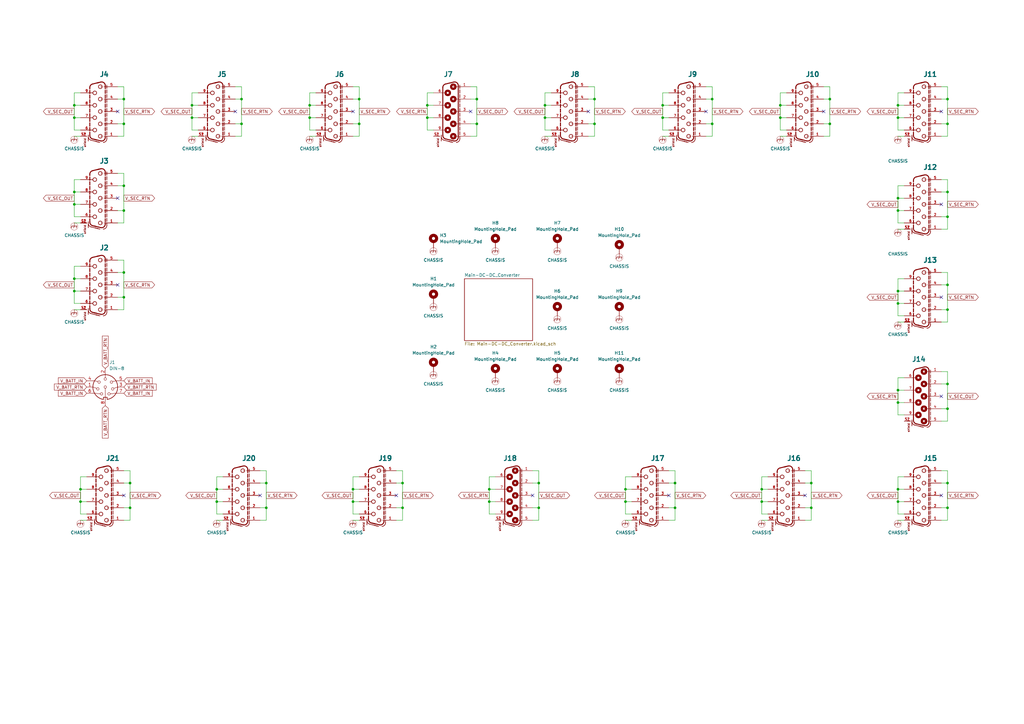
<source format=kicad_sch>
(kicad_sch (version 20250114) (generator "eeschema") (generator_version "9.0")
  (paper "A3")
  (lib_symbols
    (symbol "Connector:DIN-8" (pin_names (offset 1.016))
      (property "Reference" "J" (at 3.175 5.715 0))
      (property "Value" "DIN-8" (at 2.032 -5.842 0))
      (symbol "DIN-8_1_1"
        (pin passive line (at -7.62 2.54 0) (length 2.54) (name "~") (number "4"))
        (pin passive line (at -7.62 0 0) (length 2.54) (name "~") (number "1"))
        (pin passive line (at -7.62 -2.54 0) (length 2.54) (name "~") (number "6"))
        (pin passive line (at 0 7.62 270) (length 2.54) (name "~") (number "2"))
        (pin passive line (at 0 -7.62 90) (length 2.54) (name "~") (number "8"))
        (pin passive line (at 7.62 2.54 180) (length 2.54) (name "~") (number "5"))
        (pin passive line (at 7.62 0 180) (length 2.54) (name "~") (number "3"))
        (pin passive line (at 7.62 -2.54 180) (length 2.54) (name "~") (number "7"))
      )
    )
    (symbol "MSAG_Misc:CHASSIS" (power) (pin_names (offset 0))
      (property "Value" "CHASSIS" (at 0 -3.302 0))
      (symbol "CHASSIS_1_1"
        (pin power_in line (at 0 0 270) (length 0) (hide yes) (name "CHASSIS") (number "1"))
      )
    )
    (symbol "Mechanical:MountingHole_Pad" (pin_numbers (hide yes)) (pin_names (offset 1.016) (hide yes)) (exclude_from_sim yes) (in_bom no)
      (property "Reference" "H" (at 0 6.35 0))
      (property "Value" "MountingHole_Pad" (at 0 4.445 0))
      (symbol "MountingHole_Pad_1_1"
        (pin input line (at 0 -2.54 90) (length 2.54) (name "1") (number "1"))
      )
    )
    (symbol "Wurth_Elektronik:6180XX231121_618009231121" (pin_names (offset 1.016))
      (property "Reference" "J" (at 13.78 1.66 0))
      (symbol "6180XX231121_618009231121_0_0"
        (text "shield" (at 10.9 -5.32 0) (effects (font (size 0.8128 0.8128)) (justify left bottom)))
        (pin bidirectional line (at -10.16 7.62 270) (length 5.08) (name "~") (number "5"))
        (pin bidirectional line (at -7.62 -7.62 90) (length 5.08) (name "~") (number "9"))
        (pin bidirectional line (at -5.08 7.62 270) (length 5.08) (name "~") (number "4"))
        (pin bidirectional line (at -2.54 -7.62 90) (length 5.08) (name "~") (number "8"))
        (pin bidirectional line (at 0 7.62 270) (length 5.08) (name "~") (number "3"))
        (pin bidirectional line (at 2.54 -7.62 90) (length 5.08) (name "~") (number "7"))
        (pin bidirectional line (at 5.08 7.62 270) (length 5.08) (name "~") (number "2"))
        (pin bidirectional line (at 7.62 -7.62 90) (length 5.08) (name "~") (number "6"))
        (pin bidirectional line (at 10.16 7.62 270) (length 5.08) (name "~") (number "1"))
        (pin bidirectional line (at 10.16 -7.62 90) (length 2.54) (name "~") (number "S1"))
        (pin bidirectional line (at 10.16 -7.62 90) (length 2.54) (name "~") (number "S2"))
      )
    )
    (symbol "Wurth_Elektronik:6180XX231221_618009231221" (pin_names (offset 1.016))
      (property "Reference" "J" (at 13.78 1.66 0))
      (symbol "6180XX231221_618009231221_0_0"
        (text "shield" (at 10.9 -5.32 0) (effects (font (size 0.8128 0.8128)) (justify left bottom)))
        (pin bidirectional line (at -10.16 7.62 270) (length 5.08) (name "~") (number "1"))
        (pin bidirectional line (at -7.62 -7.62 90) (length 5.08) (name "~") (number "6"))
        (pin bidirectional line (at -5.08 7.62 270) (length 5.08) (name "~") (number "2"))
        (pin bidirectional line (at -2.54 -7.62 90) (length 5.08) (name "~") (number "7"))
        (pin bidirectional line (at 0 7.62 270) (length 5.08) (name "~") (number "3"))
        (pin bidirectional line (at 2.54 -7.62 90) (length 5.08) (name "~") (number "8"))
        (pin bidirectional line (at 5.08 7.62 270) (length 5.08) (name "~") (number "4"))
        (pin bidirectional line (at 7.62 -7.62 90) (length 5.08) (name "~") (number "9"))
        (pin bidirectional line (at 10.16 7.62 270) (length 5.08) (name "~") (number "5"))
        (pin bidirectional line (at 10.16 -7.62 90) (length 2.54) (name "~") (number "S1"))
        (pin bidirectional line (at 10.16 -7.62 90) (length 2.54) (name "~") (number "S2"))
      )
    )
  )
  (junction (at 256.54 200.66))
  (junction (at 200.66 200.66))
  (junction (at 50.8 50.8))
  (junction (at 388.62 88.9))
  (junction (at 312.42 200.66))
  (junction (at 165.1 208.28))
  (junction (at 195.58 40.64))
  (junction (at 144.78 200.66))
  (junction (at 368.3 165.1))
  (junction (at 165.1 198.12))
  (junction (at 78.74 43.18))
  (junction (at 368.3 48.26))
  (junction (at 388.62 116.84))
  (junction (at 320.04 48.26))
  (junction (at 223.52 43.18))
  (junction (at 30.48 83.82))
  (junction (at 50.8 111.76))
  (junction (at 292.1 50.8))
  (junction (at 99.06 40.64))
  (junction (at 30.48 78.74))
  (junction (at 340.36 50.8))
  (junction (at 127 43.18))
  (junction (at 30.48 114.3))
  (junction (at 388.62 40.64))
  (junction (at 368.3 81.28))
  (junction (at 271.78 43.18))
  (junction (at 271.78 48.26))
  (junction (at 33.02 200.66))
  (junction (at 276.86 208.28))
  (junction (at 388.62 78.74))
  (junction (at 388.62 157.48))
  (junction (at 50.8 86.36))
  (junction (at 53.34 198.12))
  (junction (at 368.3 86.36))
  (junction (at 53.34 208.28))
  (junction (at 78.74 48.26))
  (junction (at 388.62 50.8))
  (junction (at 368.3 200.66))
  (junction (at 30.48 43.18))
  (junction (at 30.48 119.38))
  (junction (at 276.86 198.12))
  (junction (at 147.32 50.8))
  (junction (at 292.1 40.64))
  (junction (at 368.3 205.74))
  (junction (at 144.78 205.74))
  (junction (at 220.98 198.12))
  (junction (at 256.54 205.74))
  (junction (at 320.04 43.18))
  (junction (at 127 48.26))
  (junction (at 332.74 208.28))
  (junction (at 368.3 160.02))
  (junction (at 368.3 119.38))
  (junction (at 200.66 205.74))
  (junction (at 332.74 198.12))
  (junction (at 109.22 208.28))
  (junction (at 30.48 48.26))
  (junction (at 99.06 50.8))
  (junction (at 33.02 205.74))
  (junction (at 388.62 198.12))
  (junction (at 147.32 40.64))
  (junction (at 88.9 205.74))
  (junction (at 388.62 127))
  (junction (at 312.42 205.74))
  (junction (at 109.22 198.12))
  (junction (at 340.36 40.64))
  (junction (at 243.84 50.8))
  (junction (at 243.84 40.64))
  (junction (at 88.9 200.66))
  (junction (at 50.8 40.64))
  (junction (at 50.8 121.92))
  (junction (at 175.26 48.26))
  (junction (at 388.62 208.28))
  (junction (at 195.58 50.8))
  (junction (at 368.3 124.46))
  (junction (at 175.26 43.18))
  (junction (at 220.98 208.28))
  (junction (at 223.52 48.26))
  (junction (at 388.62 167.64))
  (junction (at 368.3 43.18))
  (junction (at 50.8 76.2))
  (no_connect (at 96.52 45.72))
  (no_connect (at 218.44 203.2))
  (no_connect (at 289.56 45.72))
  (no_connect (at 386.08 45.72))
  (no_connect (at 274.32 203.2))
  (no_connect (at 330.2 203.2))
  (no_connect (at 48.26 81.28))
  (no_connect (at 337.82 45.72))
  (no_connect (at 241.3 45.72))
  (no_connect (at 50.8 203.2))
  (no_connect (at 386.08 203.2))
  (no_connect (at 48.26 45.72))
  (no_connect (at 386.08 162.56))
  (no_connect (at 386.08 121.92))
  (no_connect (at 144.78 45.72))
  (no_connect (at 106.68 203.2))
  (no_connect (at 193.04 45.72))
  (no_connect (at 162.56 203.2))
  (no_connect (at 386.08 83.82))
  (no_connect (at 48.26 116.84))
  (wire (pts (xy 48.26 35.56) (xy 50.8 35.56)))
  (wire (pts (xy 165.1 213.36) (xy 162.56 213.36)))
  (wire (pts (xy 314.96 195.58) (xy 312.42 195.58)))
  (wire (pts (xy 271.78 43.18) (xy 271.78 48.26)))
  (wire (pts (xy 388.62 116.84) (xy 388.62 127)))
  (wire (pts (xy 388.62 78.74) (xy 388.62 88.9)))
  (wire (pts (xy 274.32 55.88) (xy 271.78 55.88)))
  (wire (pts (xy 88.9 200.66) (xy 91.44 200.66)))
  (wire (pts (xy 223.52 48.26) (xy 226.06 48.26)))
  (wire (pts (xy 368.3 81.28) (xy 370.84 81.28)))
  (wire (pts (xy 320.04 48.26) (xy 322.58 48.26)))
  (wire (pts (xy 368.3 119.38) (xy 370.84 119.38)))
  (wire (pts (xy 320.04 53.34) (xy 322.58 53.34)))
  (wire (pts (xy 30.48 43.18) (xy 30.48 48.26)))
  (wire (pts (xy 370.84 76.2) (xy 368.3 76.2)))
  (wire (pts (xy 386.08 35.56) (xy 388.62 35.56)))
  (wire (pts (xy 50.8 76.2) (xy 50.8 86.36)))
  (wire (pts (xy 370.84 132.08) (xy 368.3 132.08)))
  (wire (pts (xy 368.3 165.1) (xy 370.84 165.1)))
  (wire (pts (xy 144.78 210.82) (xy 147.32 210.82)))
  (wire (pts (xy 78.74 48.26) (xy 81.28 48.26)))
  (wire (pts (xy 386.08 152.4) (xy 388.62 152.4)))
  (wire (pts (xy 368.3 53.34) (xy 370.84 53.34)))
  (wire (pts (xy 276.86 208.28) (xy 276.86 213.36)))
  (wire (pts (xy 200.66 205.74) (xy 200.66 200.66)))
  (wire (pts (xy 109.22 193.04) (xy 109.22 198.12)))
  (wire (pts (xy 274.32 38.1) (xy 271.78 38.1)))
  (wire (pts (xy 368.3 129.54) (xy 370.84 129.54)))
  (wire (pts (xy 386.08 111.76) (xy 388.62 111.76)))
  (wire (pts (xy 96.52 50.8) (xy 99.06 50.8)))
  (wire (pts (xy 259.08 195.58) (xy 256.54 195.58)))
  (wire (pts (xy 53.34 193.04) (xy 53.34 198.12)))
  (wire (pts (xy 386.08 127) (xy 388.62 127)))
  (wire (pts (xy 78.74 38.1) (xy 78.74 43.18)))
  (wire (pts (xy 271.78 38.1) (xy 271.78 43.18)))
  (wire (pts (xy 33.02 109.22) (xy 30.48 109.22)))
  (wire (pts (xy 274.32 193.04) (xy 276.86 193.04)))
  (wire (pts (xy 340.36 55.88) (xy 337.82 55.88)))
  (wire (pts (xy 129.54 55.88) (xy 127 55.88)))
  (wire (pts (xy 53.34 208.28) (xy 53.34 213.36)))
  (wire (pts (xy 223.52 48.26) (xy 223.52 53.34)))
  (wire (pts (xy 330.2 193.04) (xy 332.74 193.04)))
  (wire (pts (xy 368.3 200.66) (xy 368.3 205.74)))
  (wire (pts (xy 33.02 210.82) (xy 35.56 210.82)))
  (wire (pts (xy 33.02 38.1) (xy 30.48 38.1)))
  (wire (pts (xy 368.3 81.28) (xy 368.3 86.36)))
  (wire (pts (xy 320.04 38.1) (xy 320.04 43.18)))
  (wire (pts (xy 162.56 198.12) (xy 165.1 198.12)))
  (wire (pts (xy 78.74 53.34) (xy 81.28 53.34)))
  (wire (pts (xy 30.48 114.3) (xy 30.48 119.38)))
  (wire (pts (xy 33.02 127) (xy 30.48 127)))
  (wire (pts (xy 175.26 38.1) (xy 177.8 38.1)))
  (wire (pts (xy 109.22 198.12) (xy 109.22 208.28)))
  (wire (pts (xy 30.48 78.74) (xy 33.02 78.74)))
  (wire (pts (xy 218.44 208.28) (xy 220.98 208.28)))
  (wire (pts (xy 320.04 48.26) (xy 320.04 53.34)))
  (wire (pts (xy 388.62 198.12) (xy 388.62 208.28)))
  (wire (pts (xy 50.8 55.88) (xy 48.26 55.88)))
  (wire (pts (xy 368.3 86.36) (xy 370.84 86.36)))
  (wire (pts (xy 368.3 160.02) (xy 368.3 154.94)))
  (wire (pts (xy 368.3 170.18) (xy 368.3 165.1)))
  (wire (pts (xy 50.8 106.68) (xy 50.8 111.76)))
  (wire (pts (xy 332.74 213.36) (xy 330.2 213.36)))
  (wire (pts (xy 30.48 119.38) (xy 30.48 124.46)))
  (wire (pts (xy 368.3 205.74) (xy 368.3 210.82)))
  (wire (pts (xy 48.26 76.2) (xy 50.8 76.2)))
  (wire (pts (xy 289.56 40.64) (xy 292.1 40.64)))
  (wire (pts (xy 386.08 78.74) (xy 388.62 78.74)))
  (wire (pts (xy 289.56 35.56) (xy 292.1 35.56)))
  (wire (pts (xy 388.62 73.66) (xy 388.62 78.74)))
  (wire (pts (xy 388.62 55.88) (xy 386.08 55.88)))
  (wire (pts (xy 276.86 213.36) (xy 274.32 213.36)))
  (wire (pts (xy 165.1 193.04) (xy 165.1 198.12)))
  (wire (pts (xy 337.82 50.8) (xy 340.36 50.8)))
  (wire (pts (xy 81.28 38.1) (xy 78.74 38.1)))
  (wire (pts (xy 370.84 160.02) (xy 368.3 160.02)))
  (wire (pts (xy 330.2 208.28) (xy 332.74 208.28)))
  (wire (pts (xy 30.48 73.66) (xy 30.48 78.74)))
  (wire (pts (xy 340.36 50.8) (xy 340.36 55.88)))
  (wire (pts (xy 127 38.1) (xy 127 43.18)))
  (wire (pts (xy 200.66 205.74) (xy 203.2 205.74)))
  (wire (pts (xy 312.42 200.66) (xy 314.96 200.66)))
  (wire (pts (xy 109.22 213.36) (xy 106.68 213.36)))
  (wire (pts (xy 48.26 106.68) (xy 50.8 106.68)))
  (wire (pts (xy 50.8 193.04) (xy 53.34 193.04)))
  (wire (pts (xy 195.58 55.88) (xy 193.04 55.88)))
  (wire (pts (xy 388.62 40.64) (xy 388.62 50.8)))
  (wire (pts (xy 162.56 193.04) (xy 165.1 193.04)))
  (wire (pts (xy 223.52 53.34) (xy 226.06 53.34)))
  (wire (pts (xy 223.52 43.18) (xy 226.06 43.18)))
  (wire (pts (xy 388.62 213.36) (xy 386.08 213.36)))
  (wire (pts (xy 193.04 50.8) (xy 195.58 50.8)))
  (wire (pts (xy 96.52 40.64) (xy 99.06 40.64)))
  (wire (pts (xy 256.54 200.66) (xy 259.08 200.66)))
  (wire (pts (xy 200.66 210.82) (xy 200.66 205.74)))
  (wire (pts (xy 50.8 35.56) (xy 50.8 40.64)))
  (wire (pts (xy 30.48 124.46) (xy 33.02 124.46)))
  (wire (pts (xy 388.62 132.08) (xy 386.08 132.08)))
  (wire (pts (xy 144.78 205.74) (xy 147.32 205.74)))
  (wire (pts (xy 78.74 48.26) (xy 78.74 53.34)))
  (wire (pts (xy 30.48 43.18) (xy 33.02 43.18)))
  (wire (pts (xy 147.32 213.36) (xy 144.78 213.36)))
  (wire (pts (xy 320.04 43.18) (xy 322.58 43.18)))
  (wire (pts (xy 91.44 213.36) (xy 88.9 213.36)))
  (wire (pts (xy 332.74 208.28) (xy 332.74 213.36)))
  (wire (pts (xy 30.48 114.3) (xy 33.02 114.3)))
  (wire (pts (xy 127 48.26) (xy 127 53.34)))
  (wire (pts (xy 368.3 119.38) (xy 368.3 124.46)))
  (wire (pts (xy 388.62 208.28) (xy 388.62 213.36)))
  (wire (pts (xy 33.02 195.58) (xy 33.02 200.66)))
  (wire (pts (xy 30.48 48.26) (xy 33.02 48.26)))
  (wire (pts (xy 368.3 48.26) (xy 368.3 53.34)))
  (wire (pts (xy 203.2 200.66) (xy 200.66 200.66)))
  (wire (pts (xy 30.48 109.22) (xy 30.48 114.3)))
  (wire (pts (xy 33.02 200.66) (xy 35.56 200.66)))
  (wire (pts (xy 241.3 40.64) (xy 243.84 40.64)))
  (wire (pts (xy 35.56 213.36) (xy 33.02 213.36)))
  (wire (pts (xy 48.26 50.8) (xy 50.8 50.8)))
  (wire (pts (xy 223.52 43.18) (xy 223.52 48.26)))
  (wire (pts (xy 388.62 35.56) (xy 388.62 40.64)))
  (wire (pts (xy 50.8 40.64) (xy 50.8 50.8)))
  (wire (pts (xy 386.08 167.64) (xy 388.62 167.64)))
  (wire (pts (xy 106.68 198.12) (xy 109.22 198.12)))
  (wire (pts (xy 99.06 50.8) (xy 99.06 55.88)))
  (wire (pts (xy 144.78 35.56) (xy 147.32 35.56)))
  (wire (pts (xy 386.08 88.9) (xy 388.62 88.9)))
  (wire (pts (xy 292.1 50.8) (xy 292.1 55.88)))
  (wire (pts (xy 218.44 198.12) (xy 220.98 198.12)))
  (wire (pts (xy 127 48.26) (xy 129.54 48.26)))
  (wire (pts (xy 129.54 38.1) (xy 127 38.1)))
  (wire (pts (xy 312.42 205.74) (xy 314.96 205.74)))
  (wire (pts (xy 312.42 205.74) (xy 312.42 210.82)))
  (wire (pts (xy 30.48 83.82) (xy 33.02 83.82)))
  (wire (pts (xy 368.3 38.1) (xy 368.3 43.18)))
  (wire (pts (xy 292.1 55.88) (xy 289.56 55.88)))
  (wire (pts (xy 388.62 127) (xy 388.62 132.08)))
  (wire (pts (xy 256.54 210.82) (xy 259.08 210.82)))
  (wire (pts (xy 337.82 40.64) (xy 340.36 40.64)))
  (wire (pts (xy 96.52 35.56) (xy 99.06 35.56)))
  (wire (pts (xy 50.8 71.12) (xy 50.8 76.2)))
  (wire (pts (xy 386.08 73.66) (xy 388.62 73.66)))
  (wire (pts (xy 127 53.34) (xy 129.54 53.34)))
  (wire (pts (xy 368.3 43.18) (xy 368.3 48.26)))
  (wire (pts (xy 48.26 71.12) (xy 50.8 71.12)))
  (wire (pts (xy 370.84 114.3) (xy 368.3 114.3)))
  (wire (pts (xy 177.8 43.18) (xy 175.26 43.18)))
  (wire (pts (xy 386.08 50.8) (xy 388.62 50.8)))
  (wire (pts (xy 88.9 205.74) (xy 88.9 210.82)))
  (wire (pts (xy 147.32 195.58) (xy 144.78 195.58)))
  (wire (pts (xy 386.08 116.84) (xy 388.62 116.84)))
  (wire (pts (xy 35.56 195.58) (xy 33.02 195.58)))
  (wire (pts (xy 256.54 205.74) (xy 256.54 210.82)))
  (wire (pts (xy 337.82 35.56) (xy 340.36 35.56)))
  (wire (pts (xy 53.34 198.12) (xy 53.34 208.28)))
  (wire (pts (xy 106.68 208.28) (xy 109.22 208.28)))
  (wire (pts (xy 292.1 40.64) (xy 292.1 50.8)))
  (wire (pts (xy 50.8 198.12) (xy 53.34 198.12)))
  (wire (pts (xy 314.96 213.36) (xy 312.42 213.36)))
  (wire (pts (xy 292.1 35.56) (xy 292.1 40.64)))
  (wire (pts (xy 332.74 193.04) (xy 332.74 198.12)))
  (wire (pts (xy 144.78 50.8) (xy 147.32 50.8)))
  (wire (pts (xy 175.26 43.18) (xy 175.26 38.1)))
  (wire (pts (xy 368.3 91.44) (xy 370.84 91.44)))
  (wire (pts (xy 243.84 35.56) (xy 243.84 40.64)))
  (wire (pts (xy 106.68 193.04) (xy 109.22 193.04)))
  (wire (pts (xy 200.66 195.58) (xy 203.2 195.58)))
  (wire (pts (xy 388.62 152.4) (xy 388.62 157.48)))
  (wire (pts (xy 99.06 40.64) (xy 99.06 50.8)))
  (wire (pts (xy 322.58 38.1) (xy 320.04 38.1)))
  (wire (pts (xy 340.36 35.56) (xy 340.36 40.64)))
  (wire (pts (xy 50.8 86.36) (xy 50.8 91.44)))
  (wire (pts (xy 33.02 73.66) (xy 30.48 73.66)))
  (wire (pts (xy 48.26 86.36) (xy 50.8 86.36)))
  (wire (pts (xy 50.8 50.8) (xy 50.8 55.88)))
  (wire (pts (xy 144.78 205.74) (xy 144.78 210.82)))
  (wire (pts (xy 274.32 208.28) (xy 276.86 208.28)))
  (wire (pts (xy 386.08 198.12) (xy 388.62 198.12)))
  (wire (pts (xy 99.06 55.88) (xy 96.52 55.88)))
  (wire (pts (xy 368.3 114.3) (xy 368.3 119.38)))
  (wire (pts (xy 370.84 38.1) (xy 368.3 38.1)))
  (wire (pts (xy 276.86 198.12) (xy 276.86 208.28)))
  (wire (pts (xy 388.62 193.04) (xy 388.62 198.12)))
  (wire (pts (xy 175.26 48.26) (xy 177.8 48.26)))
  (wire (pts (xy 165.1 208.28) (xy 165.1 213.36)))
  (wire (pts (xy 144.78 200.66) (xy 147.32 200.66)))
  (wire (pts (xy 147.32 35.56) (xy 147.32 40.64)))
  (wire (pts (xy 388.62 50.8) (xy 388.62 55.88)))
  (wire (pts (xy 370.84 195.58) (xy 368.3 195.58)))
  (wire (pts (xy 386.08 40.64) (xy 388.62 40.64)))
  (wire (pts (xy 368.3 165.1) (xy 368.3 160.02)))
  (wire (pts (xy 144.78 195.58) (xy 144.78 200.66)))
  (wire (pts (xy 386.08 193.04) (xy 388.62 193.04)))
  (wire (pts (xy 50.8 111.76) (xy 50.8 121.92)))
  (wire (pts (xy 193.04 40.64) (xy 195.58 40.64)))
  (wire (pts (xy 386.08 157.48) (xy 388.62 157.48)))
  (wire (pts (xy 370.84 93.98) (xy 368.3 93.98)))
  (wire (pts (xy 88.9 210.82) (xy 91.44 210.82)))
  (wire (pts (xy 33.02 200.66) (xy 33.02 205.74)))
  (wire (pts (xy 370.84 213.36) (xy 368.3 213.36)))
  (wire (pts (xy 320.04 43.18) (xy 320.04 48.26)))
  (wire (pts (xy 78.74 43.18) (xy 81.28 43.18)))
  (wire (pts (xy 88.9 200.66) (xy 88.9 205.74)))
  (wire (pts (xy 162.56 208.28) (xy 165.1 208.28)))
  (wire (pts (xy 53.34 213.36) (xy 50.8 213.36)))
  (wire (pts (xy 220.98 213.36) (xy 218.44 213.36)))
  (wire (pts (xy 147.32 55.88) (xy 144.78 55.88)))
  (wire (pts (xy 388.62 172.72) (xy 386.08 172.72)))
  (wire (pts (xy 368.3 43.18) (xy 370.84 43.18)))
  (wire (pts (xy 289.56 50.8) (xy 292.1 50.8)))
  (wire (pts (xy 50.8 127) (xy 48.26 127)))
  (wire (pts (xy 48.26 111.76) (xy 50.8 111.76)))
  (wire (pts (xy 368.3 86.36) (xy 368.3 91.44)))
  (wire (pts (xy 370.84 55.88) (xy 368.3 55.88)))
  (wire (pts (xy 368.3 200.66) (xy 370.84 200.66)))
  (wire (pts (xy 33.02 55.88) (xy 30.48 55.88)))
  (wire (pts (xy 147.32 50.8) (xy 147.32 55.88)))
  (wire (pts (xy 48.26 40.64) (xy 50.8 40.64)))
  (wire (pts (xy 243.84 55.88) (xy 241.3 55.88)))
  (wire (pts (xy 368.3 210.82) (xy 370.84 210.82)))
  (wire (pts (xy 226.06 38.1) (xy 223.52 38.1)))
  (wire (pts (xy 368.3 124.46) (xy 368.3 129.54)))
  (wire (pts (xy 368.3 154.94) (xy 370.84 154.94)))
  (wire (pts (xy 99.06 35.56) (xy 99.06 40.64)))
  (wire (pts (xy 276.86 193.04) (xy 276.86 198.12)))
  (wire (pts (xy 30.48 53.34) (xy 33.02 53.34)))
  (wire (pts (xy 78.74 43.18) (xy 78.74 48.26)))
  (wire (pts (xy 48.26 121.92) (xy 50.8 121.92)))
  (wire (pts (xy 50.8 208.28) (xy 53.34 208.28)))
  (wire (pts (xy 175.26 48.26) (xy 175.26 43.18)))
  (wire (pts (xy 88.9 205.74) (xy 91.44 205.74)))
  (wire (pts (xy 388.62 157.48) (xy 388.62 167.64)))
  (wire (pts (xy 127 43.18) (xy 127 48.26)))
  (wire (pts (xy 271.78 48.26) (xy 274.32 48.26)))
  (wire (pts (xy 30.48 38.1) (xy 30.48 43.18)))
  (wire (pts (xy 144.78 40.64) (xy 147.32 40.64)))
  (wire (pts (xy 165.1 198.12) (xy 165.1 208.28)))
  (wire (pts (xy 30.48 83.82) (xy 30.48 88.9)))
  (wire (pts (xy 127 43.18) (xy 129.54 43.18)))
  (wire (pts (xy 388.62 111.76) (xy 388.62 116.84)))
  (wire (pts (xy 271.78 48.26) (xy 271.78 53.34)))
  (wire (pts (xy 274.32 198.12) (xy 276.86 198.12)))
  (wire (pts (xy 256.54 200.66) (xy 256.54 205.74)))
  (wire (pts (xy 312.42 195.58) (xy 312.42 200.66)))
  (wire (pts (xy 386.08 208.28) (xy 388.62 208.28)))
  (wire (pts (xy 30.48 48.26) (xy 30.48 53.34)))
  (wire (pts (xy 50.8 91.44) (xy 48.26 91.44)))
  (wire (pts (xy 33.02 91.44) (xy 30.48 91.44)))
  (wire (pts (xy 50.8 121.92) (xy 50.8 127)))
  (wire (pts (xy 81.28 55.88) (xy 78.74 55.88)))
  (wire (pts (xy 332.74 198.12) (xy 332.74 208.28)))
  (wire (pts (xy 195.58 50.8) (xy 195.58 55.88)))
  (wire (pts (xy 322.58 55.88) (xy 320.04 55.88)))
  (wire (pts (xy 88.9 195.58) (xy 88.9 200.66)))
  (wire (pts (xy 368.3 48.26) (xy 370.84 48.26)))
  (wire (pts (xy 368.3 124.46) (xy 370.84 124.46)))
  (wire (pts (xy 91.44 195.58) (xy 88.9 195.58)))
  (wire (pts (xy 241.3 35.56) (xy 243.84 35.56)))
  (wire (pts (xy 33.02 205.74) (xy 35.56 205.74)))
  (wire (pts (xy 312.42 200.66) (xy 312.42 205.74)))
  (wire (pts (xy 243.84 50.8) (xy 243.84 55.88)))
  (wire (pts (xy 271.78 53.34) (xy 274.32 53.34)))
  (wire (pts (xy 144.78 200.66) (xy 144.78 205.74)))
  (wire (pts (xy 220.98 193.04) (xy 220.98 198.12)))
  (wire (pts (xy 368.3 205.74) (xy 370.84 205.74)))
  (wire (pts (xy 312.42 210.82) (xy 314.96 210.82)))
  (wire (pts (xy 177.8 53.34) (xy 175.26 53.34)))
  (wire (pts (xy 200.66 200.66) (xy 200.66 195.58)))
  (wire (pts (xy 368.3 76.2) (xy 368.3 81.28)))
  (wire (pts (xy 370.84 170.18) (xy 368.3 170.18)))
  (wire (pts (xy 256.54 205.74) (xy 259.08 205.74)))
  (wire (pts (xy 223.52 38.1) (xy 223.52 43.18)))
  (wire (pts (xy 218.44 193.04) (xy 220.98 193.04)))
  (wire (pts (xy 368.3 195.58) (xy 368.3 200.66)))
  (wire (pts (xy 330.2 198.12) (xy 332.74 198.12)))
  (wire (pts (xy 33.02 205.74) (xy 33.02 210.82)))
  (wire (pts (xy 271.78 43.18) (xy 274.32 43.18)))
  (wire (pts (xy 256.54 195.58) (xy 256.54 200.66)))
  (wire (pts (xy 203.2 210.82) (xy 200.66 210.82)))
  (wire (pts (xy 259.08 213.36) (xy 256.54 213.36)))
  (wire (pts (xy 241.3 50.8) (xy 243.84 50.8)))
  (wire (pts (xy 30.48 119.38) (xy 33.02 119.38)))
  (wire (pts (xy 193.04 35.56) (xy 195.58 35.56)))
  (wire (pts (xy 30.48 78.74) (xy 30.48 83.82)))
  (wire (pts (xy 175.26 53.34) (xy 175.26 48.26)))
  (wire (pts (xy 388.62 93.98) (xy 386.08 93.98)))
  (wire (pts (xy 220.98 208.28) (xy 220.98 213.36)))
  (wire (pts (xy 226.06 55.88) (xy 223.52 55.88)))
  (wire (pts (xy 30.48 88.9) (xy 33.02 88.9)))
  (wire (pts (xy 388.62 167.64) (xy 388.62 172.72)))
  (wire (pts (xy 195.58 35.56) (xy 195.58 40.64)))
  (wire (pts (xy 243.84 40.64) (xy 243.84 50.8)))
  (wire (pts (xy 220.98 198.12) (xy 220.98 208.28)))
  (wire (pts (xy 147.32 40.64) (xy 147.32 50.8)))
  (wire (pts (xy 109.22 208.28) (xy 109.22 213.36)))
  (wire (pts (xy 340.36 40.64) (xy 340.36 50.8)))
  (wire (pts (xy 388.62 88.9) (xy 388.62 93.98)))
  (wire (pts (xy 195.58 40.64) (xy 195.58 50.8)))
  (global_label "V_SEC_OUT" (shape output) (at 223.52 45.72 180) (property "Intersheetrefs" "${INTERSHEET_REFS}" (effects (hide yes))))
  (global_label "V_SEC_OUT" (shape output) (at 30.48 81.28 180) (property "Intersheetrefs" "${INTERSHEET_REFS}" (effects (hide yes))))
  (global_label "V_BATT_RTN" (shape input) (at 35.56 158.75 180) (property "Intersheetrefs" "${INTERSHEET_REFS}" (effects (hide yes))))
  (global_label "V_SEC_RTN" (shape output) (at 292.1 45.72 0) (property "Intersheetrefs" "${INTERSHEET_REFS}" (effects (hide yes))))
  (global_label "V_SEC_OUT" (shape output) (at 195.58 45.72 0) (property "Intersheetrefs" "${INTERSHEET_REFS}" (effects (hide yes))))
  (global_label "V_SEC_RTN" (shape output) (at 109.22 203.2 0) (property "Intersheetrefs" "${INTERSHEET_REFS}" (effects (hide yes))))
  (global_label "V_SEC_OUT" (shape output) (at 320.04 45.72 180) (property "Intersheetrefs" "${INTERSHEET_REFS}" (effects (hide yes))))
  (global_label "V_SEC_RTN" (shape output) (at 99.06 45.72 0) (property "Intersheetrefs" "${INTERSHEET_REFS}" (effects (hide yes))))
  (global_label "V_SEC_OUT" (shape output) (at 33.02 203.2 180) (property "Intersheetrefs" "${INTERSHEET_REFS}" (effects (hide yes))))
  (global_label "V_SEC_OUT" (shape output) (at 30.48 45.72 180) (property "Intersheetrefs" "${INTERSHEET_REFS}" (effects (hide yes))))
  (global_label "V_SEC_OUT" (shape output) (at 312.42 203.2 180) (property "Intersheetrefs" "${INTERSHEET_REFS}" (effects (hide yes))))
  (global_label "V_SEC_OUT" (shape output) (at 220.98 203.2 0) (property "Intersheetrefs" "${INTERSHEET_REFS}" (effects (hide yes))))
  (global_label "V_SEC_OUT" (shape output) (at 388.62 162.56 0) (property "Intersheetrefs" "${INTERSHEET_REFS}" (effects (hide yes))))
  (global_label "V_SEC_OUT" (shape output) (at 78.74 45.72 180) (property "Intersheetrefs" "${INTERSHEET_REFS}" (effects (hide yes))))
  (global_label "V_SEC_RTN" (shape output) (at 388.62 121.92 0) (property "Intersheetrefs" "${INTERSHEET_REFS}" (effects (hide yes))))
  (global_label "V_SEC_OUT" (shape output) (at 368.3 83.82 180) (property "Intersheetrefs" "${INTERSHEET_REFS}" (effects (hide yes))))
  (global_label "V_SEC_RTN" (shape output) (at 175.26 45.72 180) (property "Intersheetrefs" "${INTERSHEET_REFS}" (effects (hide yes))))
  (global_label "V_SEC_OUT" (shape output) (at 368.3 45.72 180) (property "Intersheetrefs" "${INTERSHEET_REFS}" (effects (hide yes))))
  (global_label "V_SEC_RTN" (shape output) (at 243.84 45.72 0) (property "Intersheetrefs" "${INTERSHEET_REFS}" (effects (hide yes))))
  (global_label "V_SEC_OUT" (shape output) (at 144.78 203.2 180) (property "Intersheetrefs" "${INTERSHEET_REFS}" (effects (hide yes))))
  (global_label "V_SEC_RTN" (shape output) (at 276.86 203.2 0) (property "Intersheetrefs" "${INTERSHEET_REFS}" (effects (hide yes))))
  (global_label "V_SEC_RTN" (shape output) (at 50.8 81.28 0) (property "Intersheetrefs" "${INTERSHEET_REFS}" (effects (hide yes))))
  (global_label "V_SEC_RTN" (shape output) (at 368.3 162.56 180) (property "Intersheetrefs" "${INTERSHEET_REFS}" (effects (hide yes))))
  (global_label "V_SEC_RTN" (shape output) (at 388.62 45.72 0) (property "Intersheetrefs" "${INTERSHEET_REFS}" (effects (hide yes))))
  (global_label "V_SEC_OUT" (shape output) (at 368.3 203.2 180) (property "Intersheetrefs" "${INTERSHEET_REFS}" (effects (hide yes))))
  (global_label "V_BATT_RTN" (shape input) (at 43.18 151.13 90) (property "Intersheetrefs" "${INTERSHEET_REFS}" (effects (hide yes))))
  (global_label "V_BATT_RTN" (shape input) (at 50.8 158.75 0) (property "Intersheetrefs" "${INTERSHEET_REFS}" (effects (hide yes))))
  (global_label "V_BATT_IN" (shape input) (at 50.8 156.21 0) (property "Intersheetrefs" "${INTERSHEET_REFS}" (effects (hide yes))))
  (global_label "V_SEC_OUT" (shape output) (at 88.9 203.2 180) (property "Intersheetrefs" "${INTERSHEET_REFS}" (effects (hide yes))))
  (global_label "V_SEC_RTN" (shape output) (at 200.66 203.2 180) (property "Intersheetrefs" "${INTERSHEET_REFS}" (effects (hide yes))))
  (global_label "V_SEC_OUT" (shape output) (at 127 45.72 180) (property "Intersheetrefs" "${INTERSHEET_REFS}" (effects (hide yes))))
  (global_label "V_SEC_RTN" (shape output) (at 332.74 203.2 0) (property "Intersheetrefs" "${INTERSHEET_REFS}" (effects (hide yes))))
  (global_label "V_SEC_RTN" (shape output) (at 165.1 203.2 0) (property "Intersheetrefs" "${INTERSHEET_REFS}" (effects (hide yes))))
  (global_label "V_SEC_OUT" (shape output) (at 368.3 121.92 180) (property "Intersheetrefs" "${INTERSHEET_REFS}" (effects (hide yes))))
  (global_label "V_BATT_IN" (shape input) (at 35.56 161.29 180) (property "Intersheetrefs" "${INTERSHEET_REFS}" (effects (hide yes))))
  (global_label "V_SEC_RTN" (shape output) (at 53.34 203.2 0) (property "Intersheetrefs" "${INTERSHEET_REFS}" (effects (hide yes))))
  (global_label "V_BATT_IN" (shape input) (at 50.8 161.29 0) (property "Intersheetrefs" "${INTERSHEET_REFS}" (effects (hide yes))))
  (global_label "V_BATT_IN" (shape input) (at 35.56 156.21 180) (property "Intersheetrefs" "${INTERSHEET_REFS}" (effects (hide yes))))
  (global_label "V_BATT_RTN" (shape input) (at 43.18 166.37 270) (property "Intersheetrefs" "${INTERSHEET_REFS}" (effects (hide yes))))
  (global_label "V_SEC_RTN" (shape output) (at 340.36 45.72 0) (property "Intersheetrefs" "${INTERSHEET_REFS}" (effects (hide yes))))
  (global_label "V_SEC_RTN" (shape output) (at 147.32 45.72 0) (property "Intersheetrefs" "${INTERSHEET_REFS}" (effects (hide yes))))
  (global_label "V_SEC_OUT" (shape output) (at 30.48 116.84 180) (property "Intersheetrefs" "${INTERSHEET_REFS}" (effects (hide yes))))
  (global_label "V_SEC_OUT" (shape output) (at 256.54 203.2 180) (property "Intersheetrefs" "${INTERSHEET_REFS}" (effects (hide yes))))
  (global_label "V_SEC_RTN" (shape output) (at 50.8 116.84 0) (property "Intersheetrefs" "${INTERSHEET_REFS}" (effects (hide yes))))
  (global_label "V_SEC_RTN" (shape output) (at 50.8 45.72 0) (property "Intersheetrefs" "${INTERSHEET_REFS}" (effects (hide yes))))
  (global_label "V_SEC_RTN" (shape output) (at 388.62 83.82 0) (property "Intersheetrefs" "${INTERSHEET_REFS}" (effects (hide yes))))
  (global_label "V_SEC_OUT" (shape output) (at 271.78 45.72 180) (property "Intersheetrefs" "${INTERSHEET_REFS}" (effects (hide yes))))
  (global_label "V_SEC_RTN" (shape output) (at 388.62 203.2 0) (property "Intersheetrefs" "${INTERSHEET_REFS}" (effects (hide yes))))
  (symbol (lib_id "Mechanical:MountingHole_Pad") (at 177.8 99.06 0) (unit 1) (exclude_from_sim yes) (in_bom no)
    (property "Reference" "H3" (at 180.34 96.5199 0) (effects (justify left)))
    (property "Value" "MountingHole_Pad" (at 180.34 99.0599 0) (effects (justify left)))
    (property "Footprint" "MountingHole:MountingHole_3.2mm_M3_Pad" (effects (hide yes)))
    (property "Description" "Mounting Hole with connection" (effects (hide yes)))
  )
  (symbol (lib_id "Mechanical:MountingHole_Pad") (at 203.2 152.4 0) (unit 1) (exclude_from_sim yes) (in_bom no)
    (property "Reference" "H4" (at 203.2 144.78 0))
    (property "Value" "MountingHole_Pad" (at 203.2 147.32 0))
    (property "Footprint" "MountingHole:MountingHole_3.2mm_M3_Pad" (effects (hide yes)))
    (property "Description" "Mounting Hole with connection" (effects (hide yes)))
  )
  (symbol (lib_id "Wurth_Elektronik:6180XX231121_618009231121") (at 137.16 45.72 270) (unit 1)
    (property "Reference" "J6" (at 137.16 30.48 90) (effects (font (size 2 2) (thickness 0.4) (bold yes)) (justify left)))
    (property "Value" "618009231121" (effects (hide yes)))
    (property "Footprint" "Wurth_Elektronik:618009231121" (effects (hide yes)))
    (property "Datasheet" "https://www.we-online.com/components/products/datasheet/618009231121.pdf" (effects (hide yes)))
    (property "Description" "CONN D-SUB RCPT 9POS R/A SOLDER" (effects (hide yes)))
    (property "Manufacturer" "Würth Elektronik" (effects (hide yes)))
    (property "Description_1" "\nSOCKET, D SUB, PCB, R/A, 9WAY; No. of Contacts:9Contacts; Gender:Receptacle; Contact Termination Type:Solder; D Sub Shell Size:DE; Product Range:WR-DSUB Series; Connector Body Material:Steel Body; Contact Material:Copper Alloy; Contact Plating:Gold Plated Contacts; SVHC:Lead (15-Jan-2019); Connector Mounting:Through Hole Mount Right Angle; Contact Termination:Solder; D Sub Connector Type:Standard; No. of Mating Cycles:50\n" (effects (hide yes)))
    (property "Package" "-" (effects (hide yes)))
    (property "Purchase-URL" "https://www.snapeda.com/api/url_track_click_mouser/?unipart_id=1118240&manufacturer=Würth Elektronik&part_name=618009231121&search_term=618009231121" (effects (hide yes)))
    (property "GENDER" "Female" (effects (hide yes)))
    (property "Price" "None" (effects (hide yes)))
    (property "PART-NUMBER" "618009231121" (effects (hide yes)))
    (property "SnapEDA_Link" "https://www.snapeda.com/parts/618009231121/Wurth+Elektronik/view-part/?ref=snap" (effects (hide yes)))
    (property "DATASHEET-URL" "https://www.we-online.com/redexpert/spec/618009231121?ae" (effects (hide yes)))
    (property "Man. Part Num" "618009231121" (effects (hide yes)))
    (property "WORKING-VOLTAGE" "125 V(AC)" (effects (hide yes)))
    (property "PINS" "9" (effects (hide yes)))
    (property "WE-NUMBER" "618009231121" (effects (hide yes)))
    (property "TYPE" "Angled" (effects (hide yes)))
    (property "Availability" "In Stock" (effects (hide yes)))
    (property "Check_prices" "https://www.snapeda.com/parts/618009231121/Wurth+Elektronik/view-part/?ref=eda" (effects (hide yes)))
    (property "Part Type" "Through Hole" (effects (hide yes)))
    (property "Distributor" "Digi-Key" (effects (hide yes)))
    (property "Dist. Part Num" "732-618009231121-ND" (effects (hide yes)))
  )
  (symbol (lib_id "MSAG_Misc:CHASSIS") (at 271.78 55.88 0) (unit 1)
    (property "Reference" "#PWR016" (effects (hide yes)))
    (property "Value" "CHASSIS" (at 271.78 60.96 0))
    (property "Description" "(power) chassis ground power-flag symbol" (effects (hide yes)))
  )
  (symbol (lib_id "Wurth_Elektronik:6180XX231221_618009231221") (at 378.46 162.56 270) (unit 1)
    (property "Reference" "J14" (at 376.8725 147.32 90) (effects (font (size 2 2) (thickness 0.4) (bold yes))))
    (property "Value" "618009231221" (effects (hide yes)))
    (property "Footprint" "Wurth_Elektronik:618009231221" (effects (hide yes)))
    (property "Datasheet" "https://www.we-online.com/components/products/datasheet/618009231221.pdf" (effects (hide yes)))
    (property "Description" "CONN D-SUB PLUG 9POS R/A SOLDER" (effects (hide yes)))
    (property "Manufacturer" "Wurth Electronics" (effects (hide yes)))
    (property "Description_1" "09 pins, right angled, 8.08mm, with hex screw" (effects (hide yes)))
    (property "Package" "None" (effects (hide yes)))
    (property "Purchase-URL" "https://www.snapeda.com/api/url_track_click_mouser/?unipart_id=604355&manufacturer=Wurth Electronics&part_name=618009231221&search_term=618009231221" (effects (hide yes)))
    (property "GENDER" "Male" (effects (hide yes)))
    (property "Price" "None" (effects (hide yes)))
    (property "PART-NUMBER" "618009231221" (effects (hide yes)))
    (property "SnapEDA_Link" "https://www.snapeda.com/parts/618009231221/Wurth+Electronics/view-part/?ref=snap" (effects (hide yes)))
    (property "DATASHEET-URL" "https://www.we-online.com/redexpert/spec/618009231221?ae" (effects (hide yes)))
    (property "Man. Part Num" "618009231221" (effects (hide yes)))
    (property "WORKING-VOLTAGE" "125 V(AC)" (effects (hide yes)))
    (property "PINS" "9" (effects (hide yes)))
    (property "WE-NUMBER" "618009231221" (effects (hide yes)))
    (property "TYPE" "Angled" (effects (hide yes)))
    (property "Availability" "In Stock" (effects (hide yes)))
    (property "Check_prices" "https://www.snapeda.com/parts/618009231221/Wurth+Electronics/view-part/?ref=eda" (effects (hide yes)))
    (property "Distributor" "Digi-Key" (effects (hide yes)))
    (property "Dist. Part Num" "732-618009231221-ND" (effects (hide yes)))
    (property "Part Type" "Through Hole" (effects (hide yes)))
  )
  (symbol (lib_id "MSAG_Misc:CHASSIS") (at 368.3 132.08 0) (unit 1)
    (property "Reference" "#PWR020" (effects (hide yes)))
    (property "Value" "CHASSIS" (at 368.3 137.16 0))
    (property "Description" "(power) chassis ground power-flag symbol" (effects (hide yes)))
  )
  (symbol (lib_id "MSAG_Misc:CHASSIS") (at 228.6 154.94 0) (unit 1)
    (property "Reference" "#PWR07" (effects (hide yes)))
    (property "Value" "CHASSIS" (at 228.5746 160.02 0))
    (property "Description" "(power) chassis ground power-flag symbol" (effects (hide yes)))
  )
  (symbol (lib_id "Wurth_Elektronik:6180XX231121_618009231121") (at 330.2 45.72 270) (unit 1)
    (property "Reference" "J10" (at 330.2 30.48 90) (effects (font (size 2 2) (thickness 0.4) (bold yes)) (justify left)))
    (property "Value" "618009231121" (effects (hide yes)))
    (property "Footprint" "Wurth_Elektronik:618009231121" (effects (hide yes)))
    (property "Datasheet" "https://www.we-online.com/components/products/datasheet/618009231121.pdf" (effects (hide yes)))
    (property "Description" "CONN D-SUB RCPT 9POS R/A SOLDER" (effects (hide yes)))
    (property "Manufacturer" "Würth Elektronik" (effects (hide yes)))
    (property "Description_1" "\nSOCKET, D SUB, PCB, R/A, 9WAY; No. of Contacts:9Contacts; Gender:Receptacle; Contact Termination Type:Solder; D Sub Shell Size:DE; Product Range:WR-DSUB Series; Connector Body Material:Steel Body; Contact Material:Copper Alloy; Contact Plating:Gold Plated Contacts; SVHC:Lead (15-Jan-2019); Connector Mounting:Through Hole Mount Right Angle; Contact Termination:Solder; D Sub Connector Type:Standard; No. of Mating Cycles:50\n" (effects (hide yes)))
    (property "Package" "-" (effects (hide yes)))
    (property "Purchase-URL" "https://www.snapeda.com/api/url_track_click_mouser/?unipart_id=1118240&manufacturer=Würth Elektronik&part_name=618009231121&search_term=618009231121" (effects (hide yes)))
    (property "GENDER" "Female" (effects (hide yes)))
    (property "Price" "None" (effects (hide yes)))
    (property "PART-NUMBER" "618009231121" (effects (hide yes)))
    (property "SnapEDA_Link" "https://www.snapeda.com/parts/618009231121/Wurth+Elektronik/view-part/?ref=snap" (effects (hide yes)))
    (property "DATASHEET-URL" "https://www.we-online.com/redexpert/spec/618009231121?ae" (effects (hide yes)))
    (property "Man. Part Num" "618009231121" (effects (hide yes)))
    (property "WORKING-VOLTAGE" "125 V(AC)" (effects (hide yes)))
    (property "PINS" "9" (effects (hide yes)))
    (property "WE-NUMBER" "618009231121" (effects (hide yes)))
    (property "TYPE" "Angled" (effects (hide yes)))
    (property "Availability" "In Stock" (effects (hide yes)))
    (property "Check_prices" "https://www.snapeda.com/parts/618009231121/Wurth+Elektronik/view-part/?ref=eda" (effects (hide yes)))
    (property "Part Type" "Through Hole" (effects (hide yes)))
    (property "Distributor" "Digi-Key" (effects (hide yes)))
    (property "Dist. Part Num" "732-618009231121-ND" (effects (hide yes)))
  )
  (symbol (lib_id "Wurth_Elektronik:6180XX231221_618009231221") (at 185.42 45.72 270) (unit 1)
    (property "Reference" "J7" (at 183.8325 30.48 90) (effects (font (size 2 2) (thickness 0.4) (bold yes))))
    (property "Value" "618009231221" (effects (hide yes)))
    (property "Footprint" "Wurth_Elektronik:618009231221" (effects (hide yes)))
    (property "Datasheet" "https://www.we-online.com/components/products/datasheet/618009231221.pdf" (effects (hide yes)))
    (property "Description" "CONN D-SUB PLUG 9POS R/A SOLDER" (effects (hide yes)))
    (property "Manufacturer" "Wurth Electronics" (effects (hide yes)))
    (property "Description_1" "09 pins, right angled, 8.08mm, with hex screw" (effects (hide yes)))
    (property "Package" "None" (effects (hide yes)))
    (property "Purchase-URL" "https://www.snapeda.com/api/url_track_click_mouser/?unipart_id=604355&manufacturer=Wurth Electronics&part_name=618009231221&search_term=618009231221" (effects (hide yes)))
    (property "GENDER" "Male" (effects (hide yes)))
    (property "Price" "None" (effects (hide yes)))
    (property "PART-NUMBER" "618009231221" (effects (hide yes)))
    (property "SnapEDA_Link" "https://www.snapeda.com/parts/618009231221/Wurth+Electronics/view-part/?ref=snap" (effects (hide yes)))
    (property "DATASHEET-URL" "https://www.we-online.com/redexpert/spec/618009231221?ae" (effects (hide yes)))
    (property "Man. Part Num" "618009231221" (effects (hide yes)))
    (property "WORKING-VOLTAGE" "125 V(AC)" (effects (hide yes)))
    (property "PINS" "9" (effects (hide yes)))
    (property "WE-NUMBER" "618009231221" (effects (hide yes)))
    (property "TYPE" "Angled" (effects (hide yes)))
    (property "Availability" "In Stock" (effects (hide yes)))
    (property "Check_prices" "https://www.snapeda.com/parts/618009231221/Wurth+Electronics/view-part/?ref=eda" (effects (hide yes)))
    (property "Distributor" "Digi-Key" (effects (hide yes)))
    (property "Dist. Part Num" "732-618009231221-ND" (effects (hide yes)))
    (property "Part Type" "Through Hole" (effects (hide yes)))
  )
  (symbol (lib_id "MSAG_Misc:CHASSIS") (at 177.8 101.6 0) (unit 1)
    (property "Reference" "#PWR03" (effects (hide yes)))
    (property "Value" "CHASSIS" (at 177.7746 106.68 0))
    (property "Description" "(power) chassis ground power-flag symbol" (effects (hide yes)))
  )
  (symbol (lib_id "MSAG_Misc:CHASSIS") (at 312.42 213.36 0) (unit 1)
    (property "Reference" "#PWR023" (effects (hide yes)))
    (property "Value" "CHASSIS" (at 312.42 218.44 0))
    (property "Description" "(power) chassis ground power-flag symbol" (effects (hide yes)))
  )
  (symbol (lib_id "MSAG_Misc:CHASSIS") (at 368.3 55.88 0) (unit 1)
    (property "Reference" "#PWR018" (effects (hide yes)))
    (property "Value" "CHASSIS" (at 368.3 66.04 0))
    (property "Description" "(power) chassis ground power-flag symbol" (effects (hide yes)))
  )
  (symbol (lib_id "Mechanical:MountingHole_Pad") (at 228.6 152.4 0) (unit 1) (exclude_from_sim yes) (in_bom no)
    (property "Reference" "H5" (at 228.6 144.78 0))
    (property "Value" "MountingHole_Pad" (at 228.6 147.32 0))
    (property "Footprint" "MountingHole:MountingHole_3.2mm_M3_Pad" (effects (hide yes)))
    (property "Description" "Mounting Hole with connection" (effects (hide yes)))
  )
  (symbol (lib_id "Wurth_Elektronik:6180XX231121_618009231121") (at 378.46 83.82 270) (unit 1)
    (property "Reference" "J12" (at 378.46 68.58 90) (effects (font (size 2 2) (thickness 0.4) (bold yes)) (justify left)))
    (property "Value" "618009231121" (effects (hide yes)))
    (property "Footprint" "Wurth_Elektronik:618009231121" (effects (hide yes)))
    (property "Datasheet" "https://www.we-online.com/components/products/datasheet/618009231121.pdf" (effects (hide yes)))
    (property "Description" "CONN D-SUB RCPT 9POS R/A SOLDER" (effects (hide yes)))
    (property "Manufacturer" "Würth Elektronik" (effects (hide yes)))
    (property "Description_1" "\nSOCKET, D SUB, PCB, R/A, 9WAY; No. of Contacts:9Contacts; Gender:Receptacle; Contact Termination Type:Solder; D Sub Shell Size:DE; Product Range:WR-DSUB Series; Connector Body Material:Steel Body; Contact Material:Copper Alloy; Contact Plating:Gold Plated Contacts; SVHC:Lead (15-Jan-2019); Connector Mounting:Through Hole Mount Right Angle; Contact Termination:Solder; D Sub Connector Type:Standard; No. of Mating Cycles:50\n" (effects (hide yes)))
    (property "Package" "-" (effects (hide yes)))
    (property "Purchase-URL" "https://www.snapeda.com/api/url_track_click_mouser/?unipart_id=1118240&manufacturer=Würth Elektronik&part_name=618009231121&search_term=618009231121" (effects (hide yes)))
    (property "GENDER" "Female" (effects (hide yes)))
    (property "Price" "None" (effects (hide yes)))
    (property "PART-NUMBER" "618009231121" (effects (hide yes)))
    (property "SnapEDA_Link" "https://www.snapeda.com/parts/618009231121/Wurth+Elektronik/view-part/?ref=snap" (effects (hide yes)))
    (property "DATASHEET-URL" "https://www.we-online.com/redexpert/spec/618009231121?ae" (effects (hide yes)))
    (property "Man. Part Num" "618009231121" (effects (hide yes)))
    (property "WORKING-VOLTAGE" "125 V(AC)" (effects (hide yes)))
    (property "PINS" "9" (effects (hide yes)))
    (property "WE-NUMBER" "618009231121" (effects (hide yes)))
    (property "TYPE" "Angled" (effects (hide yes)))
    (property "Availability" "In Stock" (effects (hide yes)))
    (property "Check_prices" "https://www.snapeda.com/parts/618009231121/Wurth+Elektronik/view-part/?ref=eda" (effects (hide yes)))
    (property "Part Type" "Through Hole" (effects (hide yes)))
    (property "Distributor" "Digi-Key" (effects (hide yes)))
    (property "Dist. Part Num" "732-618009231121-ND" (effects (hide yes)))
  )
  (symbol (lib_id "MSAG_Misc:CHASSIS") (at 33.02 213.36 0) (unit 1)
    (property "Reference" "#PWR027" (effects (hide yes)))
    (property "Value" "CHASSIS" (at 33.02 218.44 0))
    (property "Description" "(power) chassis ground power-flag symbol" (effects (hide yes)))
  )
  (symbol (lib_id "Mechanical:MountingHole_Pad") (at 254 127 0) (unit 1) (exclude_from_sim yes) (in_bom no)
    (property "Reference" "H9" (at 254 119.38 0))
    (property "Value" "MountingHole_Pad" (at 254 121.92 0))
    (property "Footprint" "MountingHole:MountingHole_3.2mm_M3_Pad" (effects (hide yes)))
    (property "Description" "Mounting Hole with connection" (effects (hide yes)))
  )
  (symbol (lib_id "Mechanical:MountingHole_Pad") (at 203.2 99.06 0) (unit 1) (exclude_from_sim yes) (in_bom no)
    (property "Reference" "H8" (at 203.2 91.44 0))
    (property "Value" "MountingHole_Pad" (at 203.2 93.98 0))
    (property "Footprint" "MountingHole:MountingHole_3.2mm_M3_Pad" (effects (hide yes)))
    (property "Description" "Mounting Hole with connection" (effects (hide yes)))
  )
  (symbol (lib_id "MSAG_Misc:CHASSIS") (at 177.8 124.46 0) (unit 1)
    (property "Reference" "#PWR04" (effects (hide yes)))
    (property "Value" "CHASSIS" (at 177.7746 129.54 0))
    (property "Description" "(power) chassis ground power-flag symbol" (effects (hide yes)))
  )
  (symbol (lib_id "Mechanical:MountingHole_Pad") (at 228.6 127 0) (unit 1) (exclude_from_sim yes) (in_bom no)
    (property "Reference" "H6" (at 228.6 119.38 0))
    (property "Value" "MountingHole_Pad" (at 228.6 121.92 0))
    (property "Footprint" "MountingHole:MountingHole_3.2mm_M3_Pad" (effects (hide yes)))
    (property "Description" "Mounting Hole with connection" (effects (hide yes)))
  )
  (symbol (lib_id "MSAG_Misc:CHASSIS") (at 256.54 213.36 0) (unit 1)
    (property "Reference" "#PWR024" (effects (hide yes)))
    (property "Value" "CHASSIS" (at 256.54 218.44 0))
    (property "Description" "(power) chassis ground power-flag symbol" (effects (hide yes)))
  )
  (symbol (lib_id "MSAG_Misc:CHASSIS") (at 30.48 55.88 0) (unit 1)
    (property "Reference" "#PWR012" (effects (hide yes)))
    (property "Value" "CHASSIS" (at 30.48 60.96 0))
    (property "Description" "(power) chassis ground power-flag symbol" (effects (hide yes)))
  )
  (symbol (lib_id "MSAG_Misc:CHASSIS") (at 203.2 101.6 0) (unit 1)
    (property "Reference" "#PWR01" (effects (hide yes)))
    (property "Value" "CHASSIS" (at 203.1746 106.68 0))
    (property "Description" "(power) chassis ground power-flag symbol" (effects (hide yes)))
  )
  (symbol (lib_id "MSAG_Misc:CHASSIS") (at 223.52 55.88 0) (unit 1)
    (property "Reference" "#PWR015" (effects (hide yes)))
    (property "Value" "CHASSIS" (at 223.52 60.96 0))
    (property "Description" "(power) chassis ground power-flag symbol" (effects (hide yes)))
  )
  (symbol (lib_id "Wurth_Elektronik:6180XX231121_618009231121") (at 88.9 45.72 270) (unit 1)
    (property "Reference" "J5" (at 88.9 30.48 90) (effects (font (size 2 2) (thickness 0.4) (bold yes)) (justify left)))
    (property "Value" "618009231121" (effects (hide yes)))
    (property "Footprint" "Wurth_Elektronik:618009231121" (effects (hide yes)))
    (property "Datasheet" "https://www.we-online.com/components/products/datasheet/618009231121.pdf" (effects (hide yes)))
    (property "Description" "CONN D-SUB RCPT 9POS R/A SOLDER" (effects (hide yes)))
    (property "Manufacturer" "Würth Elektronik" (effects (hide yes)))
    (property "Description_1" "\nSOCKET, D SUB, PCB, R/A, 9WAY; No. of Contacts:9Contacts; Gender:Receptacle; Contact Termination Type:Solder; D Sub Shell Size:DE; Product Range:WR-DSUB Series; Connector Body Material:Steel Body; Contact Material:Copper Alloy; Contact Plating:Gold Plated Contacts; SVHC:Lead (15-Jan-2019); Connector Mounting:Through Hole Mount Right Angle; Contact Termination:Solder; D Sub Connector Type:Standard; No. of Mating Cycles:50\n" (effects (hide yes)))
    (property "Package" "-" (effects (hide yes)))
    (property "Purchase-URL" "https://www.snapeda.com/api/url_track_click_mouser/?unipart_id=1118240&manufacturer=Würth Elektronik&part_name=618009231121&search_term=618009231121" (effects (hide yes)))
    (property "GENDER" "Female" (effects (hide yes)))
    (property "Price" "None" (effects (hide yes)))
    (property "PART-NUMBER" "618009231121" (effects (hide yes)))
    (property "SnapEDA_Link" "https://www.snapeda.com/parts/618009231121/Wurth+Elektronik/view-part/?ref=snap" (effects (hide yes)))
    (property "DATASHEET-URL" "https://www.we-online.com/redexpert/spec/618009231121?ae" (effects (hide yes)))
    (property "Man. Part Num" "618009231121" (effects (hide yes)))
    (property "WORKING-VOLTAGE" "125 V(AC)" (effects (hide yes)))
    (property "PINS" "9" (effects (hide yes)))
    (property "WE-NUMBER" "618009231121" (effects (hide yes)))
    (property "TYPE" "Angled" (effects (hide yes)))
    (property "Availability" "In Stock" (effects (hide yes)))
    (property "Check_prices" "https://www.snapeda.com/parts/618009231121/Wurth+Elektronik/view-part/?ref=eda" (effects (hide yes)))
    (property "Part Type" "Through Hole" (effects (hide yes)))
    (property "Distributor" "Digi-Key" (effects (hide yes)))
    (property "Dist. Part Num" "732-618009231121-ND" (effects (hide yes)))
  )
  (symbol (lib_id "Mechanical:MountingHole_Pad") (at 254 101.6 0) (unit 1) (exclude_from_sim yes) (in_bom no)
    (property "Reference" "H10" (at 254 93.98 0))
    (property "Value" "MountingHole_Pad" (at 254 96.52 0))
    (property "Footprint" "MountingHole:MountingHole_3.2mm_M3_Pad" (effects (hide yes)))
    (property "Description" "Mounting Hole with connection" (effects (hide yes)))
  )
  (symbol (lib_id "MSAG_Misc:CHASSIS") (at 368.3 93.98 0) (unit 1)
    (property "Reference" "#PWR019" (effects (hide yes)))
    (property "Value" "CHASSIS" (at 368.3 104.14 0))
    (property "Description" "(power) chassis ground power-flag symbol" (effects (hide yes)))
  )
  (symbol (lib_id "MSAG_Misc:CHASSIS") (at 228.6 129.54 0) (unit 1)
    (property "Reference" "#PWR08" (effects (hide yes)))
    (property "Value" "CHASSIS" (at 228.5746 134.62 0))
    (property "Description" "(power) chassis ground power-flag symbol" (effects (hide yes)))
  )
  (symbol (lib_id "Wurth_Elektronik:6180XX231121_618009231121") (at 233.68 45.72 270) (unit 1)
    (property "Reference" "J8" (at 233.68 30.48 90) (effects (font (size 2 2) (thickness 0.4) (bold yes)) (justify left)))
    (property "Value" "618009231121" (effects (hide yes)))
    (property "Footprint" "Wurth_Elektronik:618009231121" (effects (hide yes)))
    (property "Datasheet" "https://www.we-online.com/components/products/datasheet/618009231121.pdf" (effects (hide yes)))
    (property "Description" "CONN D-SUB RCPT 9POS R/A SOLDER" (effects (hide yes)))
    (property "Manufacturer" "Würth Elektronik" (effects (hide yes)))
    (property "Description_1" "\nSOCKET, D SUB, PCB, R/A, 9WAY; No. of Contacts:9Contacts; Gender:Receptacle; Contact Termination Type:Solder; D Sub Shell Size:DE; Product Range:WR-DSUB Series; Connector Body Material:Steel Body; Contact Material:Copper Alloy; Contact Plating:Gold Plated Contacts; SVHC:Lead (15-Jan-2019); Connector Mounting:Through Hole Mount Right Angle; Contact Termination:Solder; D Sub Connector Type:Standard; No. of Mating Cycles:50\n" (effects (hide yes)))
    (property "Package" "-" (effects (hide yes)))
    (property "Purchase-URL" "https://www.snapeda.com/api/url_track_click_mouser/?unipart_id=1118240&manufacturer=Würth Elektronik&part_name=618009231121&search_term=618009231121" (effects (hide yes)))
    (property "GENDER" "Female" (effects (hide yes)))
    (property "Price" "None" (effects (hide yes)))
    (property "PART-NUMBER" "618009231121" (effects (hide yes)))
    (property "SnapEDA_Link" "https://www.snapeda.com/parts/618009231121/Wurth+Elektronik/view-part/?ref=snap" (effects (hide yes)))
    (property "DATASHEET-URL" "https://www.we-online.com/redexpert/spec/618009231121?ae" (effects (hide yes)))
    (property "Man. Part Num" "618009231121" (effects (hide yes)))
    (property "WORKING-VOLTAGE" "125 V(AC)" (effects (hide yes)))
    (property "PINS" "9" (effects (hide yes)))
    (property "WE-NUMBER" "618009231121" (effects (hide yes)))
    (property "TYPE" "Angled" (effects (hide yes)))
    (property "Availability" "In Stock" (effects (hide yes)))
    (property "Check_prices" "https://www.snapeda.com/parts/618009231121/Wurth+Elektronik/view-part/?ref=eda" (effects (hide yes)))
    (property "Part Type" "Through Hole" (effects (hide yes)))
    (property "Distributor" "Digi-Key" (effects (hide yes)))
    (property "Dist. Part Num" "732-618009231121-ND" (effects (hide yes)))
  )
  (symbol (lib_id "Wurth_Elektronik:6180XX231221_618009231221") (at 210.82 203.2 270) (unit 1)
    (property "Reference" "J18" (at 209.2325 187.96 90) (effects (font (size 2 2) (thickness 0.4) (bold yes))))
    (property "Value" "618009231221" (effects (hide yes)))
    (property "Footprint" "Wurth_Elektronik:618009231221" (effects (hide yes)))
    (property "Datasheet" "https://www.we-online.com/components/products/datasheet/618009231221.pdf" (effects (hide yes)))
    (property "Description" "CONN D-SUB PLUG 9POS R/A SOLDER" (effects (hide yes)))
    (property "Manufacturer" "Wurth Electronics" (effects (hide yes)))
    (property "Description_1" "09 pins, right angled, 8.08mm, with hex screw" (effects (hide yes)))
    (property "Package" "None" (effects (hide yes)))
    (property "Purchase-URL" "https://www.snapeda.com/api/url_track_click_mouser/?unipart_id=604355&manufacturer=Wurth Electronics&part_name=618009231221&search_term=618009231221" (effects (hide yes)))
    (property "GENDER" "Male" (effects (hide yes)))
    (property "Price" "None" (effects (hide yes)))
    (property "PART-NUMBER" "618009231221" (effects (hide yes)))
    (property "SnapEDA_Link" "https://www.snapeda.com/parts/618009231221/Wurth+Electronics/view-part/?ref=snap" (effects (hide yes)))
    (property "DATASHEET-URL" "https://www.we-online.com/redexpert/spec/618009231221?ae" (effects (hide yes)))
    (property "Man. Part Num" "618009231221" (effects (hide yes)))
    (property "WORKING-VOLTAGE" "125 V(AC)" (effects (hide yes)))
    (property "PINS" "9" (effects (hide yes)))
    (property "WE-NUMBER" "618009231221" (effects (hide yes)))
    (property "TYPE" "Angled" (effects (hide yes)))
    (property "Availability" "In Stock" (effects (hide yes)))
    (property "Check_prices" "https://www.snapeda.com/parts/618009231221/Wurth+Electronics/view-part/?ref=eda" (effects (hide yes)))
    (property "Distributor" "Digi-Key" (effects (hide yes)))
    (property "Dist. Part Num" "732-618009231221-ND" (effects (hide yes)))
    (property "Part Type" "Through Hole" (effects (hide yes)))
  )
  (symbol (lib_id "Wurth_Elektronik:6180XX231121_618009231121") (at 378.46 121.92 270) (unit 1)
    (property "Reference" "J13" (at 378.46 106.68 90) (effects (font (size 2 2) (thickness 0.4) (bold yes)) (justify left)))
    (property "Value" "618009231121" (effects (hide yes)))
    (property "Footprint" "Wurth_Elektronik:618009231121" (effects (hide yes)))
    (property "Datasheet" "https://www.we-online.com/components/products/datasheet/618009231121.pdf" (effects (hide yes)))
    (property "Description" "CONN D-SUB RCPT 9POS R/A SOLDER" (effects (hide yes)))
    (property "Manufacturer" "Würth Elektronik" (effects (hide yes)))
    (property "Description_1" "\nSOCKET, D SUB, PCB, R/A, 9WAY; No. of Contacts:9Contacts; Gender:Receptacle; Contact Termination Type:Solder; D Sub Shell Size:DE; Product Range:WR-DSUB Series; Connector Body Material:Steel Body; Contact Material:Copper Alloy; Contact Plating:Gold Plated Contacts; SVHC:Lead (15-Jan-2019); Connector Mounting:Through Hole Mount Right Angle; Contact Termination:Solder; D Sub Connector Type:Standard; No. of Mating Cycles:50\n" (effects (hide yes)))
    (property "Package" "-" (effects (hide yes)))
    (property "Purchase-URL" "https://www.snapeda.com/api/url_track_click_mouser/?unipart_id=1118240&manufacturer=Würth Elektronik&part_name=618009231121&search_term=618009231121" (effects (hide yes)))
    (property "GENDER" "Female" (effects (hide yes)))
    (property "Price" "None" (effects (hide yes)))
    (property "PART-NUMBER" "618009231121" (effects (hide yes)))
    (property "SnapEDA_Link" "https://www.snapeda.com/parts/618009231121/Wurth+Elektronik/view-part/?ref=snap" (effects (hide yes)))
    (property "DATASHEET-URL" "https://www.we-online.com/redexpert/spec/618009231121?ae" (effects (hide yes)))
    (property "Man. Part Num" "618009231121" (effects (hide yes)))
    (property "WORKING-VOLTAGE" "125 V(AC)" (effects (hide yes)))
    (property "PINS" "9" (effects (hide yes)))
    (property "WE-NUMBER" "618009231121" (effects (hide yes)))
    (property "TYPE" "Angled" (effects (hide yes)))
    (property "Availability" "In Stock" (effects (hide yes)))
    (property "Check_prices" "https://www.snapeda.com/parts/618009231121/Wurth+Elektronik/view-part/?ref=eda" (effects (hide yes)))
    (property "Part Type" "Through Hole" (effects (hide yes)))
    (property "Distributor" "Digi-Key" (effects (hide yes)))
    (property "Dist. Part Num" "732-618009231121-ND" (effects (hide yes)))
  )
  (symbol (lib_id "Mechanical:MountingHole_Pad") (at 177.8 149.86 0) (unit 1) (exclude_from_sim yes) (in_bom no)
    (property "Reference" "H2" (at 177.8 142.24 0))
    (property "Value" "MountingHole_Pad" (at 177.8 144.78 0))
    (property "Footprint" "MountingHole:MountingHole_3.2mm_M3_Pad" (effects (hide yes)))
    (property "Description" "Mounting Hole with connection" (effects (hide yes)))
  )
  (symbol (lib_id "MSAG_Misc:CHASSIS") (at 88.9 213.36 0) (unit 1)
    (property "Reference" "#PWR026" (effects (hide yes)))
    (property "Value" "CHASSIS" (at 88.9 218.44 0))
    (property "Description" "(power) chassis ground power-flag symbol" (effects (hide yes)))
  )
  (symbol (lib_id "Mechanical:MountingHole_Pad") (at 228.6 99.06 0) (unit 1) (exclude_from_sim yes) (in_bom no)
    (property "Reference" "H7" (at 228.6 91.44 0))
    (property "Value" "MountingHole_Pad" (at 228.6 93.98 0))
    (property "Footprint" "MountingHole:MountingHole_3.2mm_M3_Pad" (effects (hide yes)))
    (property "Description" "Mounting Hole with connection" (effects (hide yes)))
  )
  (symbol (lib_id "Wurth_Elektronik:6180XX231121_618009231121") (at 281.94 45.72 270) (unit 1)
    (property "Reference" "J9" (at 281.94 30.48 90) (effects (font (size 2 2) (thickness 0.4) (bold yes)) (justify left)))
    (property "Value" "618009231121" (effects (hide yes)))
    (property "Footprint" "Wurth_Elektronik:618009231121" (effects (hide yes)))
    (property "Datasheet" "https://www.we-online.com/components/products/datasheet/618009231121.pdf" (effects (hide yes)))
    (property "Description" "CONN D-SUB RCPT 9POS R/A SOLDER" (effects (hide yes)))
    (property "Manufacturer" "Würth Elektronik" (effects (hide yes)))
    (property "Description_1" "\nSOCKET, D SUB, PCB, R/A, 9WAY; No. of Contacts:9Contacts; Gender:Receptacle; Contact Termination Type:Solder; D Sub Shell Size:DE; Product Range:WR-DSUB Series; Connector Body Material:Steel Body; Contact Material:Copper Alloy; Contact Plating:Gold Plated Contacts; SVHC:Lead (15-Jan-2019); Connector Mounting:Through Hole Mount Right Angle; Contact Termination:Solder; D Sub Connector Type:Standard; No. of Mating Cycles:50\n" (effects (hide yes)))
    (property "Package" "-" (effects (hide yes)))
    (property "Purchase-URL" "https://www.snapeda.com/api/url_track_click_mouser/?unipart_id=1118240&manufacturer=Würth Elektronik&part_name=618009231121&search_term=618009231121" (effects (hide yes)))
    (property "GENDER" "Female" (effects (hide yes)))
    (property "Price" "None" (effects (hide yes)))
    (property "PART-NUMBER" "618009231121" (effects (hide yes)))
    (property "SnapEDA_Link" "https://www.snapeda.com/parts/618009231121/Wurth+Elektronik/view-part/?ref=snap" (effects (hide yes)))
    (property "DATASHEET-URL" "https://www.we-online.com/redexpert/spec/618009231121?ae" (effects (hide yes)))
    (property "Man. Part Num" "618009231121" (effects (hide yes)))
    (property "WORKING-VOLTAGE" "125 V(AC)" (effects (hide yes)))
    (property "PINS" "9" (effects (hide yes)))
    (property "WE-NUMBER" "618009231121" (effects (hide yes)))
    (property "TYPE" "Angled" (effects (hide yes)))
    (property "Availability" "In Stock" (effects (hide yes)))
    (property "Check_prices" "https://www.snapeda.com/parts/618009231121/Wurth+Elektronik/view-part/?ref=eda" (effects (hide yes)))
    (property "Part Type" "Through Hole" (effects (hide yes)))
    (property "Distributor" "Digi-Key" (effects (hide yes)))
    (property "Dist. Part Num" "732-618009231121-ND" (effects (hide yes)))
  )
  (symbol (lib_id "Wurth_Elektronik:6180XX231121_618009231121") (at 40.64 81.28 270) (unit 1)
    (property "Reference" "J3" (at 40.64 66.04 90) (effects (font (size 2 2) (thickness 0.4) (bold yes)) (justify left)))
    (property "Value" "618009231121" (effects (hide yes)))
    (property "Footprint" "Wurth_Elektronik:618009231121" (effects (hide yes)))
    (property "Datasheet" "https://www.we-online.com/components/products/datasheet/618009231121.pdf" (effects (hide yes)))
    (property "Description" "CONN D-SUB RCPT 9POS R/A SOLDER" (effects (hide yes)))
    (property "Manufacturer" "Würth Elektronik" (effects (hide yes)))
    (property "Description_1" "\nSOCKET, D SUB, PCB, R/A, 9WAY; No. of Contacts:9Contacts; Gender:Receptacle; Contact Termination Type:Solder; D Sub Shell Size:DE; Product Range:WR-DSUB Series; Connector Body Material:Steel Body; Contact Material:Copper Alloy; Contact Plating:Gold Plated Contacts; SVHC:Lead (15-Jan-2019); Connector Mounting:Through Hole Mount Right Angle; Contact Termination:Solder; D Sub Connector Type:Standard; No. of Mating Cycles:50\n" (effects (hide yes)))
    (property "Package" "-" (effects (hide yes)))
    (property "Purchase-URL" "https://www.snapeda.com/api/url_track_click_mouser/?unipart_id=1118240&manufacturer=Würth Elektronik&part_name=618009231121&search_term=618009231121" (effects (hide yes)))
    (property "GENDER" "Female" (effects (hide yes)))
    (property "Price" "None" (effects (hide yes)))
    (property "PART-NUMBER" "618009231121" (effects (hide yes)))
    (property "SnapEDA_Link" "https://www.snapeda.com/parts/618009231121/Wurth+Elektronik/view-part/?ref=snap" (effects (hide yes)))
    (property "DATASHEET-URL" "https://www.we-online.com/redexpert/spec/618009231121?ae" (effects (hide yes)))
    (property "Man. Part Num" "618009231121" (effects (hide yes)))
    (property "WORKING-VOLTAGE" "125 V(AC)" (effects (hide yes)))
    (property "PINS" "9" (effects (hide yes)))
    (property "WE-NUMBER" "618009231121" (effects (hide yes)))
    (property "TYPE" "Angled" (effects (hide yes)))
    (property "Availability" "In Stock" (effects (hide yes)))
    (property "Check_prices" "https://www.snapeda.com/parts/618009231121/Wurth+Elektronik/view-part/?ref=eda" (effects (hide yes)))
    (property "Part Type" "Through Hole" (effects (hide yes)))
    (property "Distributor" "Digi-Key" (effects (hide yes)))
    (property "Dist. Part Num" "732-618009231121-ND" (effects (hide yes)))
  )
  (symbol (lib_id "Wurth_Elektronik:6180XX231121_618009231121") (at 378.46 45.72 270) (unit 1)
    (property "Reference" "J11" (at 378.46 30.48 90) (effects (font (size 2 2) (thickness 0.4) (bold yes)) (justify left)))
    (property "Value" "618009231121" (effects (hide yes)))
    (property "Footprint" "Wurth_Elektronik:618009231121" (effects (hide yes)))
    (property "Datasheet" "https://www.we-online.com/components/products/datasheet/618009231121.pdf" (effects (hide yes)))
    (property "Description" "CONN D-SUB RCPT 9POS R/A SOLDER" (effects (hide yes)))
    (property "Manufacturer" "Würth Elektronik" (effects (hide yes)))
    (property "Description_1" "\nSOCKET, D SUB, PCB, R/A, 9WAY; No. of Contacts:9Contacts; Gender:Receptacle; Contact Termination Type:Solder; D Sub Shell Size:DE; Product Range:WR-DSUB Series; Connector Body Material:Steel Body; Contact Material:Copper Alloy; Contact Plating:Gold Plated Contacts; SVHC:Lead (15-Jan-2019); Connector Mounting:Through Hole Mount Right Angle; Contact Termination:Solder; D Sub Connector Type:Standard; No. of Mating Cycles:50\n" (effects (hide yes)))
    (property "Package" "-" (effects (hide yes)))
    (property "Purchase-URL" "https://www.snapeda.com/api/url_track_click_mouser/?unipart_id=1118240&manufacturer=Würth Elektronik&part_name=618009231121&search_term=618009231121" (effects (hide yes)))
    (property "GENDER" "Female" (effects (hide yes)))
    (property "Price" "None" (effects (hide yes)))
    (property "PART-NUMBER" "618009231121" (effects (hide yes)))
    (property "SnapEDA_Link" "https://www.snapeda.com/parts/618009231121/Wurth+Elektronik/view-part/?ref=snap" (effects (hide yes)))
    (property "DATASHEET-URL" "https://www.we-online.com/redexpert/spec/618009231121?ae" (effects (hide yes)))
    (property "Man. Part Num" "618009231121" (effects (hide yes)))
    (property "WORKING-VOLTAGE" "125 V(AC)" (effects (hide yes)))
    (property "PINS" "9" (effects (hide yes)))
    (property "WE-NUMBER" "618009231121" (effects (hide yes)))
    (property "TYPE" "Angled" (effects (hide yes)))
    (property "Availability" "In Stock" (effects (hide yes)))
    (property "Check_prices" "https://www.snapeda.com/parts/618009231121/Wurth+Elektronik/view-part/?ref=eda" (effects (hide yes)))
    (property "Part Type" "Through Hole" (effects (hide yes)))
    (property "Distributor" "Digi-Key" (effects (hide yes)))
    (property "Dist. Part Num" "732-618009231121-ND" (effects (hide yes)))
  )
  (symbol (lib_id "MSAG_Misc:CHASSIS") (at 78.74 55.88 0) (unit 1)
    (property "Reference" "#PWR013" (effects (hide yes)))
    (property "Value" "CHASSIS" (at 78.74 60.96 0))
    (property "Description" "(power) chassis ground power-flag symbol" (effects (hide yes)))
  )
  (symbol (lib_id "Wurth_Elektronik:6180XX231121_618009231121") (at 99.06 203.2 270) (unit 1)
    (property "Reference" "J20" (at 99.06 187.96 90) (effects (font (size 2 2) (thickness 0.4) (bold yes)) (justify left)))
    (property "Value" "618009231121" (effects (hide yes)))
    (property "Footprint" "Wurth_Elektronik:618009231121" (effects (hide yes)))
    (property "Datasheet" "https://www.we-online.com/components/products/datasheet/618009231121.pdf" (effects (hide yes)))
    (property "Description" "CONN D-SUB RCPT 9POS R/A SOLDER" (effects (hide yes)))
    (property "Manufacturer" "Würth Elektronik" (effects (hide yes)))
    (property "Description_1" "\nSOCKET, D SUB, PCB, R/A, 9WAY; No. of Contacts:9Contacts; Gender:Receptacle; Contact Termination Type:Solder; D Sub Shell Size:DE; Product Range:WR-DSUB Series; Connector Body Material:Steel Body; Contact Material:Copper Alloy; Contact Plating:Gold Plated Contacts; SVHC:Lead (15-Jan-2019); Connector Mounting:Through Hole Mount Right Angle; Contact Termination:Solder; D Sub Connector Type:Standard; No. of Mating Cycles:50\n" (effects (hide yes)))
    (property "Package" "-" (effects (hide yes)))
    (property "Purchase-URL" "https://www.snapeda.com/api/url_track_click_mouser/?unipart_id=1118240&manufacturer=Würth Elektronik&part_name=618009231121&search_term=618009231121" (effects (hide yes)))
    (property "GENDER" "Female" (effects (hide yes)))
    (property "Price" "None" (effects (hide yes)))
    (property "PART-NUMBER" "618009231121" (effects (hide yes)))
    (property "SnapEDA_Link" "https://www.snapeda.com/parts/618009231121/Wurth+Elektronik/view-part/?ref=snap" (effects (hide yes)))
    (property "DATASHEET-URL" "https://www.we-online.com/redexpert/spec/618009231121?ae" (effects (hide yes)))
    (property "Man. Part Num" "618009231121" (effects (hide yes)))
    (property "WORKING-VOLTAGE" "125 V(AC)" (effects (hide yes)))
    (property "PINS" "9" (effects (hide yes)))
    (property "WE-NUMBER" "618009231121" (effects (hide yes)))
    (property "TYPE" "Angled" (effects (hide yes)))
    (property "Availability" "In Stock" (effects (hide yes)))
    (property "Check_prices" "https://www.snapeda.com/parts/618009231121/Wurth+Elektronik/view-part/?ref=eda" (effects (hide yes)))
    (property "Part Type" "Through Hole" (effects (hide yes)))
    (property "Distributor" "Digi-Key" (effects (hide yes)))
    (property "Dist. Part Num" "732-618009231121-ND" (effects (hide yes)))
  )
  (symbol (lib_id "Wurth_Elektronik:6180XX231121_618009231121") (at 154.94 203.2 270) (unit 1)
    (property "Reference" "J19" (at 154.94 187.96 90) (effects (font (size 2 2) (thickness 0.4) (bold yes)) (justify left)))
    (property "Value" "618009231121" (effects (hide yes)))
    (property "Footprint" "Wurth_Elektronik:618009231121" (effects (hide yes)))
    (property "Datasheet" "https://www.we-online.com/components/products/datasheet/618009231121.pdf" (effects (hide yes)))
    (property "Description" "CONN D-SUB RCPT 9POS R/A SOLDER" (effects (hide yes)))
    (property "Manufacturer" "Würth Elektronik" (effects (hide yes)))
    (property "Description_1" "\nSOCKET, D SUB, PCB, R/A, 9WAY; No. of Contacts:9Contacts; Gender:Receptacle; Contact Termination Type:Solder; D Sub Shell Size:DE; Product Range:WR-DSUB Series; Connector Body Material:Steel Body; Contact Material:Copper Alloy; Contact Plating:Gold Plated Contacts; SVHC:Lead (15-Jan-2019); Connector Mounting:Through Hole Mount Right Angle; Contact Termination:Solder; D Sub Connector Type:Standard; No. of Mating Cycles:50\n" (effects (hide yes)))
    (property "Package" "-" (effects (hide yes)))
    (property "Purchase-URL" "https://www.snapeda.com/api/url_track_click_mouser/?unipart_id=1118240&manufacturer=Würth Elektronik&part_name=618009231121&search_term=618009231121" (effects (hide yes)))
    (property "GENDER" "Female" (effects (hide yes)))
    (property "Price" "None" (effects (hide yes)))
    (property "PART-NUMBER" "618009231121" (effects (hide yes)))
    (property "SnapEDA_Link" "https://www.snapeda.com/parts/618009231121/Wurth+Elektronik/view-part/?ref=snap" (effects (hide yes)))
    (property "DATASHEET-URL" "https://www.we-online.com/redexpert/spec/618009231121?ae" (effects (hide yes)))
    (property "Man. Part Num" "618009231121" (effects (hide yes)))
    (property "WORKING-VOLTAGE" "125 V(AC)" (effects (hide yes)))
    (property "PINS" "9" (effects (hide yes)))
    (property "WE-NUMBER" "618009231121" (effects (hide yes)))
    (property "TYPE" "Angled" (effects (hide yes)))
    (property "Availability" "In Stock" (effects (hide yes)))
    (property "Check_prices" "https://www.snapeda.com/parts/618009231121/Wurth+Elektronik/view-part/?ref=eda" (effects (hide yes)))
    (property "Part Type" "Through Hole" (effects (hide yes)))
    (property "Distributor" "Digi-Key" (effects (hide yes)))
    (property "Dist. Part Num" "732-618009231121-ND" (effects (hide yes)))
  )
  (symbol (lib_id "MSAG_Misc:CHASSIS") (at 177.8 152.4 0) (unit 1)
    (property "Reference" "#PWR05" (effects (hide yes)))
    (property "Value" "CHASSIS" (at 177.7746 157.48 0))
    (property "Description" "(power) chassis ground power-flag symbol" (effects (hide yes)))
  )
  (symbol (lib_id "MSAG_Misc:CHASSIS") (at 254 104.14 0) (unit 1)
    (property "Reference" "#PWR028" (effects (hide yes)))
    (property "Value" "CHASSIS" (at 253.9746 109.22 0))
    (property "Description" "(power) chassis ground power-flag symbol" (effects (hide yes)))
  )
  (symbol (lib_id "MSAG_Misc:CHASSIS") (at 203.2 154.94 0) (unit 1)
    (property "Reference" "#PWR06" (effects (hide yes)))
    (property "Value" "CHASSIS" (at 203.1746 160.02 0))
    (property "Description" "(power) chassis ground power-flag symbol" (effects (hide yes)))
  )
  (symbol (lib_id "Wurth_Elektronik:6180XX231121_618009231121") (at 43.18 203.2 270) (unit 1)
    (property "Reference" "J21" (at 43.18 187.96 90) (effects (font (size 2 2) (thickness 0.4) (bold yes)) (justify left)))
    (property "Value" "618009231121" (effects (hide yes)))
    (property "Footprint" "Wurth_Elektronik:618009231121" (effects (hide yes)))
    (property "Datasheet" "https://www.we-online.com/components/products/datasheet/618009231121.pdf" (effects (hide yes)))
    (property "Description" "CONN D-SUB RCPT 9POS R/A SOLDER" (effects (hide yes)))
    (property "Manufacturer" "Würth Elektronik" (effects (hide yes)))
    (property "Description_1" "\nSOCKET, D SUB, PCB, R/A, 9WAY; No. of Contacts:9Contacts; Gender:Receptacle; Contact Termination Type:Solder; D Sub Shell Size:DE; Product Range:WR-DSUB Series; Connector Body Material:Steel Body; Contact Material:Copper Alloy; Contact Plating:Gold Plated Contacts; SVHC:Lead (15-Jan-2019); Connector Mounting:Through Hole Mount Right Angle; Contact Termination:Solder; D Sub Connector Type:Standard; No. of Mating Cycles:50\n" (effects (hide yes)))
    (property "Package" "-" (effects (hide yes)))
    (property "Purchase-URL" "https://www.snapeda.com/api/url_track_click_mouser/?unipart_id=1118240&manufacturer=Würth Elektronik&part_name=618009231121&search_term=618009231121" (effects (hide yes)))
    (property "GENDER" "Female" (effects (hide yes)))
    (property "Price" "None" (effects (hide yes)))
    (property "PART-NUMBER" "618009231121" (effects (hide yes)))
    (property "SnapEDA_Link" "https://www.snapeda.com/parts/618009231121/Wurth+Elektronik/view-part/?ref=snap" (effects (hide yes)))
    (property "DATASHEET-URL" "https://www.we-online.com/redexpert/spec/618009231121?ae" (effects (hide yes)))
    (property "Man. Part Num" "618009231121" (effects (hide yes)))
    (property "WORKING-VOLTAGE" "125 V(AC)" (effects (hide yes)))
    (property "PINS" "9" (effects (hide yes)))
    (property "WE-NUMBER" "618009231121" (effects (hide yes)))
    (property "TYPE" "Angled" (effects (hide yes)))
    (property "Availability" "In Stock" (effects (hide yes)))
    (property "Check_prices" "https://www.snapeda.com/parts/618009231121/Wurth+Elektronik/view-part/?ref=eda" (effects (hide yes)))
    (property "Part Type" "Through Hole" (effects (hide yes)))
    (property "Distributor" "Digi-Key" (effects (hide yes)))
    (property "Dist. Part Num" "732-618009231121-ND" (effects (hide yes)))
  )
  (symbol (lib_id "Wurth_Elektronik:6180XX231121_618009231121") (at 266.7 203.2 270) (unit 1)
    (property "Reference" "J17" (at 266.7 187.96 90) (effects (font (size 2 2) (thickness 0.4) (bold yes)) (justify left)))
    (property "Value" "618009231121" (effects (hide yes)))
    (property "Footprint" "Wurth_Elektronik:618009231121" (effects (hide yes)))
    (property "Datasheet" "https://www.we-online.com/components/products/datasheet/618009231121.pdf" (effects (hide yes)))
    (property "Description" "CONN D-SUB RCPT 9POS R/A SOLDER" (effects (hide yes)))
    (property "Manufacturer" "Würth Elektronik" (effects (hide yes)))
    (property "Description_1" "\nSOCKET, D SUB, PCB, R/A, 9WAY; No. of Contacts:9Contacts; Gender:Receptacle; Contact Termination Type:Solder; D Sub Shell Size:DE; Product Range:WR-DSUB Series; Connector Body Material:Steel Body; Contact Material:Copper Alloy; Contact Plating:Gold Plated Contacts; SVHC:Lead (15-Jan-2019); Connector Mounting:Through Hole Mount Right Angle; Contact Termination:Solder; D Sub Connector Type:Standard; No. of Mating Cycles:50\n" (effects (hide yes)))
    (property "Package" "-" (effects (hide yes)))
    (property "Purchase-URL" "https://www.snapeda.com/api/url_track_click_mouser/?unipart_id=1118240&manufacturer=Würth Elektronik&part_name=618009231121&search_term=618009231121" (effects (hide yes)))
    (property "GENDER" "Female" (effects (hide yes)))
    (property "Price" "None" (effects (hide yes)))
    (property "PART-NUMBER" "618009231121" (effects (hide yes)))
    (property "SnapEDA_Link" "https://www.snapeda.com/parts/618009231121/Wurth+Elektronik/view-part/?ref=snap" (effects (hide yes)))
    (property "DATASHEET-URL" "https://www.we-online.com/redexpert/spec/618009231121?ae" (effects (hide yes)))
    (property "Man. Part Num" "618009231121" (effects (hide yes)))
    (property "WORKING-VOLTAGE" "125 V(AC)" (effects (hide yes)))
    (property "PINS" "9" (effects (hide yes)))
    (property "WE-NUMBER" "618009231121" (effects (hide yes)))
    (property "TYPE" "Angled" (effects (hide yes)))
    (property "Availability" "In Stock" (effects (hide yes)))
    (property "Check_prices" "https://www.snapeda.com/parts/618009231121/Wurth+Elektronik/view-part/?ref=eda" (effects (hide yes)))
    (property "Part Type" "Through Hole" (effects (hide yes)))
    (property "Distributor" "Digi-Key" (effects (hide yes)))
    (property "Dist. Part Num" "732-618009231121-ND" (effects (hide yes)))
  )
  (symbol (lib_id "MSAG_Misc:CHASSIS") (at 320.04 55.88 0) (unit 1)
    (property "Reference" "#PWR017" (effects (hide yes)))
    (property "Value" "CHASSIS" (at 320.04 60.96 0))
    (property "Description" "(power) chassis ground power-flag symbol" (effects (hide yes)))
  )
  (symbol (lib_id "Mechanical:MountingHole_Pad") (at 254 152.4 0) (unit 1) (exclude_from_sim yes) (in_bom no)
    (property "Reference" "H11" (at 254 144.78 0))
    (property "Value" "MountingHole_Pad" (at 254 147.32 0))
    (property "Footprint" "MountingHole:MountingHole_3.2mm_M3_Pad" (effects (hide yes)))
    (property "Description" "Mounting Hole with connection" (effects (hide yes)))
  )
  (symbol (lib_id "Wurth_Elektronik:6180XX231121_618009231121") (at 378.46 203.2 270) (unit 1)
    (property "Reference" "J15" (at 378.46 187.96 90) (effects (font (size 2 2) (thickness 0.4) (bold yes)) (justify left)))
    (property "Value" "618009231121" (effects (hide yes)))
    (property "Footprint" "Wurth_Elektronik:618009231121" (effects (hide yes)))
    (property "Datasheet" "https://www.we-online.com/components/products/datasheet/618009231121.pdf" (effects (hide yes)))
    (property "Description" "CONN D-SUB RCPT 9POS R/A SOLDER" (effects (hide yes)))
    (property "Manufacturer" "Würth Elektronik" (effects (hide yes)))
    (property "Description_1" "\nSOCKET, D SUB, PCB, R/A, 9WAY; No. of Contacts:9Contacts; Gender:Receptacle; Contact Termination Type:Solder; D Sub Shell Size:DE; Product Range:WR-DSUB Series; Connector Body Material:Steel Body; Contact Material:Copper Alloy; Contact Plating:Gold Plated Contacts; SVHC:Lead (15-Jan-2019); Connector Mounting:Through Hole Mount Right Angle; Contact Termination:Solder; D Sub Connector Type:Standard; No. of Mating Cycles:50\n" (effects (hide yes)))
    (property "Package" "-" (effects (hide yes)))
    (property "Purchase-URL" "https://www.snapeda.com/api/url_track_click_mouser/?unipart_id=1118240&manufacturer=Würth Elektronik&part_name=618009231121&search_term=618009231121" (effects (hide yes)))
    (property "GENDER" "Female" (effects (hide yes)))
    (property "Price" "None" (effects (hide yes)))
    (property "PART-NUMBER" "618009231121" (effects (hide yes)))
    (property "SnapEDA_Link" "https://www.snapeda.com/parts/618009231121/Wurth+Elektronik/view-part/?ref=snap" (effects (hide yes)))
    (property "DATASHEET-URL" "https://www.we-online.com/redexpert/spec/618009231121?ae" (effects (hide yes)))
    (property "Man. Part Num" "618009231121" (effects (hide yes)))
    (property "WORKING-VOLTAGE" "125 V(AC)" (effects (hide yes)))
    (property "PINS" "9" (effects (hide yes)))
    (property "WE-NUMBER" "618009231121" (effects (hide yes)))
    (property "TYPE" "Angled" (effects (hide yes)))
    (property "Availability" "In Stock" (effects (hide yes)))
    (property "Check_prices" "https://www.snapeda.com/parts/618009231121/Wurth+Elektronik/view-part/?ref=eda" (effects (hide yes)))
    (property "Part Type" "Through Hole" (effects (hide yes)))
    (property "Distributor" "Digi-Key" (effects (hide yes)))
    (property "Dist. Part Num" "732-618009231121-ND" (effects (hide yes)))
  )
  (symbol (lib_id "MSAG_Misc:CHASSIS") (at 127 55.88 0) (unit 1)
    (property "Reference" "#PWR014" (effects (hide yes)))
    (property "Value" "CHASSIS" (at 127 60.96 0))
    (property "Description" "(power) chassis ground power-flag symbol" (effects (hide yes)))
  )
  (symbol (lib_id "Mechanical:MountingHole_Pad") (at 177.8 121.92 0) (unit 1) (exclude_from_sim yes) (in_bom no)
    (property "Reference" "H1" (at 177.8 114.3 0))
    (property "Value" "MountingHole_Pad" (at 177.8 116.84 0))
    (property "Footprint" "MountingHole:MountingHole_3.2mm_M3_Pad" (effects (hide yes)))
    (property "Description" "Mounting Hole with connection" (effects (hide yes)))
  )
  (symbol (lib_id "Wurth_Elektronik:6180XX231121_618009231121") (at 322.58 203.2 270) (unit 1)
    (property "Reference" "J16" (at 322.58 187.96 90) (effects (font (size 2 2) (thickness 0.4) (bold yes)) (justify left)))
    (property "Value" "618009231121" (effects (hide yes)))
    (property "Footprint" "Wurth_Elektronik:618009231121" (effects (hide yes)))
    (property "Datasheet" "https://www.we-online.com/components/products/datasheet/618009231121.pdf" (effects (hide yes)))
    (property "Description" "CONN D-SUB RCPT 9POS R/A SOLDER" (effects (hide yes)))
    (property "Manufacturer" "Würth Elektronik" (effects (hide yes)))
    (property "Description_1" "\nSOCKET, D SUB, PCB, R/A, 9WAY; No. of Contacts:9Contacts; Gender:Receptacle; Contact Termination Type:Solder; D Sub Shell Size:DE; Product Range:WR-DSUB Series; Connector Body Material:Steel Body; Contact Material:Copper Alloy; Contact Plating:Gold Plated Contacts; SVHC:Lead (15-Jan-2019); Connector Mounting:Through Hole Mount Right Angle; Contact Termination:Solder; D Sub Connector Type:Standard; No. of Mating Cycles:50\n" (effects (hide yes)))
    (property "Package" "-" (effects (hide yes)))
    (property "Purchase-URL" "https://www.snapeda.com/api/url_track_click_mouser/?unipart_id=1118240&manufacturer=Würth Elektronik&part_name=618009231121&search_term=618009231121" (effects (hide yes)))
    (property "GENDER" "Female" (effects (hide yes)))
    (property "Price" "None" (effects (hide yes)))
    (property "PART-NUMBER" "618009231121" (effects (hide yes)))
    (property "SnapEDA_Link" "https://www.snapeda.com/parts/618009231121/Wurth+Elektronik/view-part/?ref=snap" (effects (hide yes)))
    (property "DATASHEET-URL" "https://www.we-online.com/redexpert/spec/618009231121?ae" (effects (hide yes)))
    (property "Man. Part Num" "618009231121" (effects (hide yes)))
    (property "WORKING-VOLTAGE" "125 V(AC)" (effects (hide yes)))
    (property "PINS" "9" (effects (hide yes)))
    (property "WE-NUMBER" "618009231121" (effects (hide yes)))
    (property "TYPE" "Angled" (effects (hide yes)))
    (property "Availability" "In Stock" (effects (hide yes)))
    (property "Check_prices" "https://www.snapeda.com/parts/618009231121/Wurth+Elektronik/view-part/?ref=eda" (effects (hide yes)))
    (property "Part Type" "Through Hole" (effects (hide yes)))
    (property "Distributor" "Digi-Key" (effects (hide yes)))
    (property "Dist. Part Num" "732-618009231121-ND" (effects (hide yes)))
  )
  (symbol (lib_id "MSAG_Misc:CHASSIS") (at 30.48 91.44 0) (unit 1)
    (property "Reference" "#PWR011" (effects (hide yes)))
    (property "Value" "CHASSIS" (at 30.48 96.52 0))
    (property "Description" "(power) chassis ground power-flag symbol" (effects (hide yes)))
  )
  (symbol (lib_id "MSAG_Misc:CHASSIS") (at 254 129.54 0) (unit 1)
    (property "Reference" "#PWR021" (effects (hide yes)))
    (property "Value" "CHASSIS" (at 253.9746 134.62 0))
    (property "Description" "(power) chassis ground power-flag symbol" (effects (hide yes)))
  )
  (symbol (lib_id "MSAG_Misc:CHASSIS") (at 254 154.94 0) (unit 1)
    (property "Reference" "#PWR029" (effects (hide yes)))
    (property "Value" "CHASSIS" (at 253.9746 160.02 0))
    (property "Description" "(power) chassis ground power-flag symbol" (effects (hide yes)))
  )
  (symbol (lib_id "MSAG_Misc:CHASSIS") (at 30.48 127 0) (unit 1)
    (property "Reference" "#PWR010" (effects (hide yes)))
    (property "Value" "CHASSIS" (at 30.48 132.08 0))
    (property "Description" "(power) chassis ground power-flag symbol" (effects (hide yes)))
  )
  (symbol (lib_id "Wurth_Elektronik:6180XX231121_618009231121") (at 40.64 45.72 270) (unit 1)
    (property "Reference" "J4" (at 40.64 30.48 90) (effects (font (size 2 2) (thickness 0.4) (bold yes)) (justify left)))
    (property "Value" "618009231121" (effects (hide yes)))
    (property "Footprint" "Wurth_Elektronik:618009231121" (effects (hide yes)))
    (property "Datasheet" "https://www.we-online.com/components/products/datasheet/618009231121.pdf" (effects (hide yes)))
    (property "Description" "CONN D-SUB RCPT 9POS R/A SOLDER" (effects (hide yes)))
    (property "Manufacturer" "Würth Elektronik" (effects (hide yes)))
    (property "Description_1" "\nSOCKET, D SUB, PCB, R/A, 9WAY; No. of Contacts:9Contacts; Gender:Receptacle; Contact Termination Type:Solder; D Sub Shell Size:DE; Product Range:WR-DSUB Series; Connector Body Material:Steel Body; Contact Material:Copper Alloy; Contact Plating:Gold Plated Contacts; SVHC:Lead (15-Jan-2019); Connector Mounting:Through Hole Mount Right Angle; Contact Termination:Solder; D Sub Connector Type:Standard; No. of Mating Cycles:50\n" (effects (hide yes)))
    (property "Package" "-" (effects (hide yes)))
    (property "Purchase-URL" "https://www.snapeda.com/api/url_track_click_mouser/?unipart_id=1118240&manufacturer=Würth Elektronik&part_name=618009231121&search_term=618009231121" (effects (hide yes)))
    (property "GENDER" "Female" (effects (hide yes)))
    (property "Price" "None" (effects (hide yes)))
    (property "PART-NUMBER" "618009231121" (effects (hide yes)))
    (property "SnapEDA_Link" "https://www.snapeda.com/parts/618009231121/Wurth+Elektronik/view-part/?ref=snap" (effects (hide yes)))
    (property "DATASHEET-URL" "https://www.we-online.com/redexpert/spec/618009231121?ae" (effects (hide yes)))
    (property "Man. Part Num" "618009231121" (effects (hide yes)))
    (property "WORKING-VOLTAGE" "125 V(AC)" (effects (hide yes)))
    (property "PINS" "9" (effects (hide yes)))
    (property "WE-NUMBER" "618009231121" (effects (hide yes)))
    (property "TYPE" "Angled" (effects (hide yes)))
    (property "Availability" "In Stock" (effects (hide yes)))
    (property "Check_prices" "https://www.snapeda.com/parts/618009231121/Wurth+Elektronik/view-part/?ref=eda" (effects (hide yes)))
    (property "Part Type" "Through Hole" (effects (hide yes)))
    (property "Distributor" "Digi-Key" (effects (hide yes)))
    (property "Dist. Part Num" "732-618009231121-ND" (effects (hide yes)))
  )
  (symbol (lib_id "MSAG_Misc:CHASSIS") (at 144.78 213.36 0) (unit 1)
    (property "Reference" "#PWR025" (effects (hide yes)))
    (property "Value" "CHASSIS" (at 144.78 218.44 0))
    (property "Description" "(power) chassis ground power-flag symbol" (effects (hide yes)))
  )
  (symbol (lib_id "Wurth_Elektronik:6180XX231121_618009231121") (at 40.64 116.84 270) (unit 1)
    (property "Reference" "J2" (at 40.64 101.6 90) (effects (font (size 2 2) (thickness 0.4) (bold yes)) (justify left)))
    (property "Value" "618009231121" (effects (hide yes)))
    (property "Footprint" "Wurth_Elektronik:618009231121" (effects (hide yes)))
    (property "Datasheet" "https://www.we-online.com/components/products/datasheet/618009231121.pdf" (effects (hide yes)))
    (property "Description" "CONN D-SUB RCPT 9POS R/A SOLDER" (effects (hide yes)))
    (property "Manufacturer" "Würth Elektronik" (effects (hide yes)))
    (property "Description_1" "\nSOCKET, D SUB, PCB, R/A, 9WAY; No. of Contacts:9Contacts; Gender:Receptacle; Contact Termination Type:Solder; D Sub Shell Size:DE; Product Range:WR-DSUB Series; Connector Body Material:Steel Body; Contact Material:Copper Alloy; Contact Plating:Gold Plated Contacts; SVHC:Lead (15-Jan-2019); Connector Mounting:Through Hole Mount Right Angle; Contact Termination:Solder; D Sub Connector Type:Standard; No. of Mating Cycles:50\n" (effects (hide yes)))
    (property "Package" "-" (effects (hide yes)))
    (property "Purchase-URL" "https://www.snapeda.com/api/url_track_click_mouser/?unipart_id=1118240&manufacturer=Würth Elektronik&part_name=618009231121&search_term=618009231121" (effects (hide yes)))
    (property "GENDER" "Female" (effects (hide yes)))
    (property "Price" "None" (effects (hide yes)))
    (property "PART-NUMBER" "618009231121" (effects (hide yes)))
    (property "SnapEDA_Link" "https://www.snapeda.com/parts/618009231121/Wurth+Elektronik/view-part/?ref=snap" (effects (hide yes)))
    (property "DATASHEET-URL" "https://www.we-online.com/redexpert/spec/618009231121?ae" (effects (hide yes)))
    (property "Man. Part Num" "618009231121" (effects (hide yes)))
    (property "WORKING-VOLTAGE" "125 V(AC)" (effects (hide yes)))
    (property "PINS" "9" (effects (hide yes)))
    (property "WE-NUMBER" "618009231121" (effects (hide yes)))
    (property "TYPE" "Angled" (effects (hide yes)))
    (property "Availability" "In Stock" (effects (hide yes)))
    (property "Check_prices" "https://www.snapeda.com/parts/618009231121/Wurth+Elektronik/view-part/?ref=eda" (effects (hide yes)))
    (property "Part Type" "Through Hole" (effects (hide yes)))
    (property "Distributor" "Digi-Key" (effects (hide yes)))
    (property "Dist. Part Num" "732-618009231121-ND" (effects (hide yes)))
  )
  (symbol (lib_id "MSAG_Misc:CHASSIS") (at 368.3 213.36 0) (unit 1)
    (property "Reference" "#PWR022" (effects (hide yes)))
    (property "Value" "CHASSIS" (at 368.3 218.44 0))
    (property "Description" "(power) chassis ground power-flag symbol" (effects (hide yes)))
  )
  (symbol (lib_id "Connector:DIN-8") (at 43.18 158.75 0) (unit 1)
    (property "Reference" "J1" (at 44.8311 148.59 0) (effects (justify left)))
    (property "Value" "DIN-8" (at 44.8311 151.13 0) (effects (justify left)))
    (property "Datasheet" "http://www.mouser.com/ds/2/18/40_c091_abd_e-75918.pdf" (effects (hide yes)))
    (property "Description" "8-pin DIN connector" (effects (hide yes)))
    (property "Dist. Part Num" "PT02A16-8P-ND" (effects (hide yes)))
    (property "Dist. URL" "https://www.digikey.com/en/products/detail/amphenol-industrial-operations/PT02A-16-8P/341052" (effects (hide yes)))
    (property "Distributor" "Digi-Key" (effects (hide yes)))
    (property "GENDER" "Male" (effects (hide yes)))
    (property "Man. Part Num" "PT02A-16-8P" (effects (hide yes)))
    (property "Manufacturer" "Amphenol Industrial Operations" (effects (hide yes)))
    (property "Part Type" "Panel Mount" (effects (hide yes)))
  )
  (symbol (lib_id "MSAG_Misc:CHASSIS") (at 228.6 101.6 0) (unit 1)
    (property "Reference" "#PWR02" (effects (hide yes)))
    (property "Value" "CHASSIS" (at 228.5746 106.68 0))
    (property "Description" "(power) chassis ground power-flag symbol" (effects (hide yes)))
  )
  (sheet (at 190.5 114.3) (size 27.94 25.4) (stroke (width 0.1524))
    (property "Sheetname" "Main-DC-DC_Converter" (at 190.5 113.5884 0) (effects (justify left bottom)))
    (property "Sheetfile" "Main-DC-DC_Converter.kicad_sch" (at 190.5 140.2846 0) (effects (justify left top)))
  )
)
</source>
